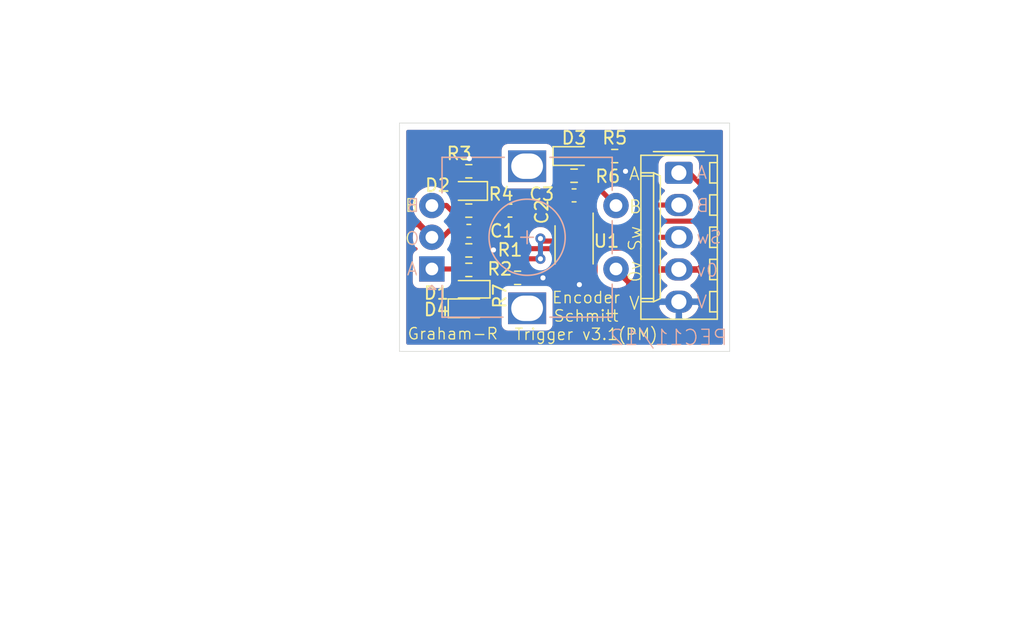
<source format=kicad_pcb>
(kicad_pcb (version 20171130) (host pcbnew 5.1.12-1.fc35)

  (general
    (thickness 1.6)
    (drawings 25)
    (tracks 108)
    (zones 0)
    (modules 17)
    (nets 13)
  )

  (page A4)
  (layers
    (0 F.Cu signal)
    (31 B.Cu signal)
    (32 B.Adhes user hide)
    (33 F.Adhes user hide)
    (34 B.Paste user hide)
    (35 F.Paste user hide)
    (36 B.SilkS user hide)
    (37 F.SilkS user)
    (38 B.Mask user hide)
    (39 F.Mask user hide)
    (40 Dwgs.User user)
    (41 Cmts.User user)
    (42 Eco1.User user hide)
    (43 Eco2.User user hide)
    (44 Edge.Cuts user)
    (45 Margin user)
    (46 B.CrtYd user)
    (47 F.CrtYd user)
    (48 B.Fab user hide)
    (49 F.Fab user hide)
  )

  (setup
    (last_trace_width 0.25)
    (user_trace_width 0.4)
    (user_trace_width 0.5)
    (user_trace_width 0.75)
    (user_trace_width 1)
    (trace_clearance 0.2)
    (zone_clearance 0.508)
    (zone_45_only no)
    (trace_min 0.2)
    (via_size 0.8)
    (via_drill 0.4)
    (via_min_size 0.4)
    (via_min_drill 0.3)
    (uvia_size 0.3)
    (uvia_drill 0.1)
    (uvias_allowed no)
    (uvia_min_size 0.2)
    (uvia_min_drill 0.1)
    (edge_width 0.05)
    (segment_width 0.2)
    (pcb_text_width 0.3)
    (pcb_text_size 1.5 1.5)
    (mod_edge_width 0.12)
    (mod_text_size 1 1)
    (mod_text_width 0.15)
    (pad_size 1.524 1.524)
    (pad_drill 0.762)
    (pad_to_mask_clearance 0)
    (aux_axis_origin 0 0)
    (visible_elements FFFFFF7F)
    (pcbplotparams
      (layerselection 0x010fc_ffffffff)
      (usegerberextensions false)
      (usegerberattributes true)
      (usegerberadvancedattributes true)
      (creategerberjobfile true)
      (excludeedgelayer true)
      (linewidth 0.100000)
      (plotframeref false)
      (viasonmask false)
      (mode 1)
      (useauxorigin false)
      (hpglpennumber 1)
      (hpglpenspeed 20)
      (hpglpendiameter 15.000000)
      (psnegative false)
      (psa4output false)
      (plotreference true)
      (plotvalue true)
      (plotinvisibletext false)
      (padsonsilk false)
      (subtractmaskfromsilk false)
      (outputformat 1)
      (mirror false)
      (drillshape 0)
      (scaleselection 1)
      (outputdirectory "gerberFiles/"))
  )

  (net 0 "")
  (net 1 GND)
  (net 2 VCC)
  (net 3 Trig_EncA)
  (net 4 Trig_EncB)
  (net 5 Trig_EncSw)
  (net 6 Sig_EncA)
  (net 7 Sig_EncB)
  (net 8 Sig_EncSw)
  (net 9 /EncA_Out)
  (net 10 /EncB_Out)
  (net 11 /EncSw_Out)
  (net 12 "Net-(D4-Pad2)")

  (net_class Default "This is the default net class."
    (clearance 0.2)
    (trace_width 0.25)
    (via_dia 0.8)
    (via_drill 0.4)
    (uvia_dia 0.3)
    (uvia_drill 0.1)
    (add_net /EncA_Out)
    (add_net /EncB_Out)
    (add_net /EncSw_Out)
    (add_net GND)
    (add_net "Net-(D4-Pad2)")
    (add_net Sig_EncA)
    (add_net Sig_EncB)
    (add_net Sig_EncSw)
    (add_net Trig_EncA)
    (add_net Trig_EncB)
    (add_net Trig_EncSw)
    (add_net VCC)
  )

  (module Resistor_SMD:R_0603_1608Metric (layer F.Cu) (tedit 5F68FEEE) (tstamp 61A1C932)
    (at 201.1 76.9 180)
    (descr "Resistor SMD 0603 (1608 Metric), square (rectangular) end terminal, IPC_7351 nominal, (Body size source: IPC-SM-782 page 72, https://www.pcb-3d.com/wordpress/wp-content/uploads/ipc-sm-782a_amendment_1_and_2.pdf), generated with kicad-footprint-generator")
    (tags resistor)
    (path /61A2DF6A)
    (attr smd)
    (fp_text reference R7 (at 1.4 -1.43 90) (layer F.SilkS)
      (effects (font (size 1 1) (thickness 0.15)))
    )
    (fp_text value 1K (at 0 1.43) (layer F.Fab)
      (effects (font (size 1 1) (thickness 0.15)))
    )
    (fp_line (start -0.8 0.4125) (end -0.8 -0.4125) (layer F.Fab) (width 0.1))
    (fp_line (start -0.8 -0.4125) (end 0.8 -0.4125) (layer F.Fab) (width 0.1))
    (fp_line (start 0.8 -0.4125) (end 0.8 0.4125) (layer F.Fab) (width 0.1))
    (fp_line (start 0.8 0.4125) (end -0.8 0.4125) (layer F.Fab) (width 0.1))
    (fp_line (start -0.237258 -0.5225) (end 0.237258 -0.5225) (layer F.SilkS) (width 0.12))
    (fp_line (start -0.237258 0.5225) (end 0.237258 0.5225) (layer F.SilkS) (width 0.12))
    (fp_line (start -1.48 0.73) (end -1.48 -0.73) (layer F.CrtYd) (width 0.05))
    (fp_line (start -1.48 -0.73) (end 1.48 -0.73) (layer F.CrtYd) (width 0.05))
    (fp_line (start 1.48 -0.73) (end 1.48 0.73) (layer F.CrtYd) (width 0.05))
    (fp_line (start 1.48 0.73) (end -1.48 0.73) (layer F.CrtYd) (width 0.05))
    (fp_text user %R (at 0 0) (layer F.Fab)
      (effects (font (size 0.4 0.4) (thickness 0.06)))
    )
    (pad 2 smd roundrect (at 0.825 0 180) (size 0.8 0.95) (layers F.Cu F.Paste F.Mask) (roundrect_rratio 0.25)
      (net 12 "Net-(D4-Pad2)"))
    (pad 1 smd roundrect (at -0.825 0 180) (size 0.8 0.95) (layers F.Cu F.Paste F.Mask) (roundrect_rratio 0.25)
      (net 2 VCC))
    (model ${KISYS3DMOD}/Resistor_SMD.3dshapes/R_0603_1608Metric.wrl
      (at (xyz 0 0 0))
      (scale (xyz 1 1 1))
      (rotate (xyz 0 0 0))
    )
  )

  (module LED_SMD:LED_0603_1608Metric_Pad1.05x0.95mm_HandSolder (layer F.Cu) (tedit 5F68FEF1) (tstamp 61A1C803)
    (at 197.3 79.3)
    (descr "LED SMD 0603 (1608 Metric), square (rectangular) end terminal, IPC_7351 nominal, (Body size source: http://www.tortai-tech.com/upload/download/2011102023233369053.pdf), generated with kicad-footprint-generator")
    (tags "LED handsolder")
    (path /61A283AB)
    (attr smd)
    (fp_text reference D4 (at -2.6 0.1) (layer F.SilkS)
      (effects (font (size 1 1) (thickness 0.15)))
    )
    (fp_text value LED (at 0 1.43) (layer F.Fab)
      (effects (font (size 1 1) (thickness 0.15)))
    )
    (fp_line (start 0.8 -0.4) (end -0.5 -0.4) (layer F.Fab) (width 0.1))
    (fp_line (start -0.5 -0.4) (end -0.8 -0.1) (layer F.Fab) (width 0.1))
    (fp_line (start -0.8 -0.1) (end -0.8 0.4) (layer F.Fab) (width 0.1))
    (fp_line (start -0.8 0.4) (end 0.8 0.4) (layer F.Fab) (width 0.1))
    (fp_line (start 0.8 0.4) (end 0.8 -0.4) (layer F.Fab) (width 0.1))
    (fp_line (start 0.8 -0.735) (end -1.66 -0.735) (layer F.SilkS) (width 0.12))
    (fp_line (start -1.66 -0.735) (end -1.66 0.735) (layer F.SilkS) (width 0.12))
    (fp_line (start -1.66 0.735) (end 0.8 0.735) (layer F.SilkS) (width 0.12))
    (fp_line (start -1.65 0.73) (end -1.65 -0.73) (layer F.CrtYd) (width 0.05))
    (fp_line (start -1.65 -0.73) (end 1.65 -0.73) (layer F.CrtYd) (width 0.05))
    (fp_line (start 1.65 -0.73) (end 1.65 0.73) (layer F.CrtYd) (width 0.05))
    (fp_line (start 1.65 0.73) (end -1.65 0.73) (layer F.CrtYd) (width 0.05))
    (fp_text user %R (at 0 0) (layer F.Fab)
      (effects (font (size 0.4 0.4) (thickness 0.06)))
    )
    (pad 2 smd roundrect (at 0.875 0) (size 1.05 0.95) (layers F.Cu F.Paste F.Mask) (roundrect_rratio 0.25)
      (net 12 "Net-(D4-Pad2)"))
    (pad 1 smd roundrect (at -0.875 0) (size 1.05 0.95) (layers F.Cu F.Paste F.Mask) (roundrect_rratio 0.25)
      (net 1 GND))
    (model ${KISYS3DMOD}/LED_SMD.3dshapes/LED_0603_1608Metric.wrl
      (at (xyz 0 0 0))
      (scale (xyz 1 1 1))
      (rotate (xyz 0 0 0))
    )
  )

  (module Connector_Molex:Molex_KK-254_AE-6410-05A_1x05_P2.54mm_Vertical locked (layer F.Cu) (tedit 5EA53D3B) (tstamp 61A137F2)
    (at 213.8 68.62 270)
    (descr "Molex KK-254 Interconnect System, old/engineering part number: AE-6410-05A example for new part number: 22-27-2051, 5 Pins (http://www.molex.com/pdm_docs/sd/022272021_sd.pdf), generated with kicad-footprint-generator")
    (tags "connector Molex KK-254 vertical")
    (path /61B1F759)
    (fp_text reference J1 (at -2.52 0) (layer F.SilkS) hide
      (effects (font (size 1 1) (thickness 0.15)))
    )
    (fp_text value Interface (at 5.08 4.08 90) (layer F.Fab)
      (effects (font (size 1 1) (thickness 0.15)))
    )
    (fp_line (start -1.27 -2.92) (end -1.27 2.88) (layer F.Fab) (width 0.1))
    (fp_line (start -1.27 2.88) (end 11.43 2.88) (layer F.Fab) (width 0.1))
    (fp_line (start 11.43 2.88) (end 11.43 -2.92) (layer F.Fab) (width 0.1))
    (fp_line (start 11.43 -2.92) (end -1.27 -2.92) (layer F.Fab) (width 0.1))
    (fp_line (start -1.38 -3.03) (end -1.38 2.99) (layer F.SilkS) (width 0.12))
    (fp_line (start -1.38 2.99) (end 11.54 2.99) (layer F.SilkS) (width 0.12))
    (fp_line (start 11.54 2.99) (end 11.54 -3.03) (layer F.SilkS) (width 0.12))
    (fp_line (start 11.54 -3.03) (end -1.38 -3.03) (layer F.SilkS) (width 0.12))
    (fp_line (start -1.67 -2) (end -1.67 2) (layer F.SilkS) (width 0.12))
    (fp_line (start -1.27 -0.5) (end -0.562893 0) (layer F.Fab) (width 0.1))
    (fp_line (start -0.562893 0) (end -1.27 0.5) (layer F.Fab) (width 0.1))
    (fp_line (start 0 2.99) (end 0 1.99) (layer F.SilkS) (width 0.12))
    (fp_line (start 0 1.99) (end 10.16 1.99) (layer F.SilkS) (width 0.12))
    (fp_line (start 10.16 1.99) (end 10.16 2.99) (layer F.SilkS) (width 0.12))
    (fp_line (start 0 1.99) (end 0.25 1.46) (layer F.SilkS) (width 0.12))
    (fp_line (start 0.25 1.46) (end 9.91 1.46) (layer F.SilkS) (width 0.12))
    (fp_line (start 9.91 1.46) (end 10.16 1.99) (layer F.SilkS) (width 0.12))
    (fp_line (start 0.25 2.99) (end 0.25 1.99) (layer F.SilkS) (width 0.12))
    (fp_line (start 9.91 2.99) (end 9.91 1.99) (layer F.SilkS) (width 0.12))
    (fp_line (start -0.8 -3.03) (end -0.8 -2.43) (layer F.SilkS) (width 0.12))
    (fp_line (start -0.8 -2.43) (end 0.8 -2.43) (layer F.SilkS) (width 0.12))
    (fp_line (start 0.8 -2.43) (end 0.8 -3.03) (layer F.SilkS) (width 0.12))
    (fp_line (start 1.74 -3.03) (end 1.74 -2.43) (layer F.SilkS) (width 0.12))
    (fp_line (start 1.74 -2.43) (end 3.34 -2.43) (layer F.SilkS) (width 0.12))
    (fp_line (start 3.34 -2.43) (end 3.34 -3.03) (layer F.SilkS) (width 0.12))
    (fp_line (start 4.28 -3.03) (end 4.28 -2.43) (layer F.SilkS) (width 0.12))
    (fp_line (start 4.28 -2.43) (end 5.88 -2.43) (layer F.SilkS) (width 0.12))
    (fp_line (start 5.88 -2.43) (end 5.88 -3.03) (layer F.SilkS) (width 0.12))
    (fp_line (start 6.82 -3.03) (end 6.82 -2.43) (layer F.SilkS) (width 0.12))
    (fp_line (start 6.82 -2.43) (end 8.42 -2.43) (layer F.SilkS) (width 0.12))
    (fp_line (start 8.42 -2.43) (end 8.42 -3.03) (layer F.SilkS) (width 0.12))
    (fp_line (start 9.36 -3.03) (end 9.36 -2.43) (layer F.SilkS) (width 0.12))
    (fp_line (start 9.36 -2.43) (end 10.96 -2.43) (layer F.SilkS) (width 0.12))
    (fp_line (start 10.96 -2.43) (end 10.96 -3.03) (layer F.SilkS) (width 0.12))
    (fp_line (start -1.77 -3.42) (end -1.77 3.38) (layer F.CrtYd) (width 0.05))
    (fp_line (start -1.77 3.38) (end 11.93 3.38) (layer F.CrtYd) (width 0.05))
    (fp_line (start 11.93 3.38) (end 11.93 -3.42) (layer F.CrtYd) (width 0.05))
    (fp_line (start 11.93 -3.42) (end -1.77 -3.42) (layer F.CrtYd) (width 0.05))
    (fp_text user %R (at 5.08 -2.22 90) (layer F.Fab)
      (effects (font (size 1 1) (thickness 0.15)))
    )
    (pad 1 thru_hole roundrect (at 0 0 270) (size 1.74 2.19) (drill 1.19) (layers *.Cu *.Mask) (roundrect_rratio 0.1436775862068966)
      (net 9 /EncA_Out))
    (pad 2 thru_hole oval (at 2.54 0 270) (size 1.74 2.19) (drill 1.19) (layers *.Cu *.Mask)
      (net 10 /EncB_Out))
    (pad 3 thru_hole oval (at 5.08 0 270) (size 1.74 2.19) (drill 1.19) (layers *.Cu *.Mask)
      (net 11 /EncSw_Out))
    (pad 4 thru_hole oval (at 7.62 0 270) (size 1.74 2.19) (drill 1.19) (layers *.Cu *.Mask)
      (net 1 GND))
    (pad 5 thru_hole oval (at 10.16 0 270) (size 1.74 2.19) (drill 1.19) (layers *.Cu *.Mask)
      (net 2 VCC))
    (model ${KISYS3DMOD}/Connector_Molex.3dshapes/Molex_KK-254_AE-6410-05A_1x05_P2.54mm_Vertical.wrl
      (at (xyz 0 0 0))
      (scale (xyz 1 1 1))
      (rotate (xyz 0 0 0))
    )
  )

  (module Package_SO:SSOP-8_2.95x2.8mm_P0.65mm (layer F.Cu) (tedit 5A02F25C) (tstamp 619EA000)
    (at 205.55 74.3 270)
    (descr "SSOP-8 2.9 x2.8mm Pitch 0.65mm")
    (tags "SSOP-8 2.95x2.8mm Pitch 0.65mm")
    (path /619EC3D6)
    (attr smd)
    (fp_text reference U1 (at -0.3 -2.55 180) (layer F.SilkS)
      (effects (font (size 1 1) (thickness 0.15)))
    )
    (fp_text value 74LVC3G14 (at 0 2.6 90) (layer F.Fab)
      (effects (font (size 1 1) (thickness 0.15)))
    )
    (fp_line (start -2.75 -1.65) (end 2.75 -1.65) (layer F.CrtYd) (width 0.05))
    (fp_line (start -2.75 1.65) (end -2.75 -1.65) (layer F.CrtYd) (width 0.05))
    (fp_line (start 2.75 1.65) (end -2.75 1.65) (layer F.CrtYd) (width 0.05))
    (fp_line (start 2.75 -1.65) (end 2.75 1.65) (layer F.CrtYd) (width 0.05))
    (fp_line (start 1.5 1.5) (end -1.5 1.5) (layer F.SilkS) (width 0.12))
    (fp_line (start 1.5 -1.5) (end -2.5 -1.5) (layer F.SilkS) (width 0.12))
    (fp_line (start -0.475 -1.4) (end -1.475 -0.7) (layer F.Fab) (width 0.1))
    (fp_line (start -0.475 -1.4) (end 1.475 -1.4) (layer F.Fab) (width 0.1))
    (fp_line (start -1.475 1.4) (end -1.475 -0.7) (layer F.Fab) (width 0.1))
    (fp_line (start 1.475 1.4) (end -1.475 1.4) (layer F.Fab) (width 0.1))
    (fp_line (start 1.475 -1.4) (end 1.475 1.4) (layer F.Fab) (width 0.1))
    (fp_text user %R (at 0 0 90) (layer F.Fab)
      (effects (font (size 0.6 0.6) (thickness 0.15)))
    )
    (pad 8 smd rect (at 1.7 -0.975 180) (size 0.3 1.6) (layers F.Cu F.Paste F.Mask)
      (net 2 VCC))
    (pad 7 smd rect (at 1.7 -0.325 180) (size 0.3 1.6) (layers F.Cu F.Paste F.Mask)
      (net 9 /EncA_Out))
    (pad 6 smd rect (at 1.7 0.325 180) (size 0.3 1.6) (layers F.Cu F.Paste F.Mask)
      (net 4 Trig_EncB))
    (pad 5 smd rect (at 1.7 0.975 180) (size 0.3 1.6) (layers F.Cu F.Paste F.Mask)
      (net 11 /EncSw_Out))
    (pad 4 smd rect (at -1.7 0.975 180) (size 0.3 1.6) (layers F.Cu F.Paste F.Mask)
      (net 1 GND))
    (pad 3 smd rect (at -1.7 0.325 180) (size 0.3 1.6) (layers F.Cu F.Paste F.Mask)
      (net 5 Trig_EncSw))
    (pad 2 smd rect (at -1.7 -0.325 180) (size 0.3 1.6) (layers F.Cu F.Paste F.Mask)
      (net 10 /EncB_Out))
    (pad 1 smd rect (at -1.7 -0.975 180) (size 0.3 1.6) (layers F.Cu F.Paste F.Mask)
      (net 3 Trig_EncA))
    (model ${KISYS3DMOD}/Package_SO.3dshapes/SSOP-8_2.95x2.8mm_P0.65mm.wrl
      (at (xyz 0 0 0))
      (scale (xyz 1 1 1))
      (rotate (xyz 0 0 0))
    )
  )

  (module Resistor_SMD:R_0603_1608Metric_Pad0.98x0.95mm_HandSolder (layer F.Cu) (tedit 5F68FEEE) (tstamp 619EB4A2)
    (at 205.55 68.85)
    (descr "Resistor SMD 0603 (1608 Metric), square (rectangular) end terminal, IPC_7351 nominal with elongated pad for handsoldering. (Body size source: IPC-SM-782 page 72, https://www.pcb-3d.com/wordpress/wp-content/uploads/ipc-sm-782a_amendment_1_and_2.pdf), generated with kicad-footprint-generator")
    (tags "resistor handsolder")
    (path /61A01A41)
    (attr smd)
    (fp_text reference R6 (at 2.65 0.05) (layer F.SilkS)
      (effects (font (size 1 1) (thickness 0.15)))
    )
    (fp_text value 18K2 (at 0 1.43) (layer F.Fab)
      (effects (font (size 1 1) (thickness 0.15)))
    )
    (fp_line (start 1.65 0.73) (end -1.65 0.73) (layer F.CrtYd) (width 0.05))
    (fp_line (start 1.65 -0.73) (end 1.65 0.73) (layer F.CrtYd) (width 0.05))
    (fp_line (start -1.65 -0.73) (end 1.65 -0.73) (layer F.CrtYd) (width 0.05))
    (fp_line (start -1.65 0.73) (end -1.65 -0.73) (layer F.CrtYd) (width 0.05))
    (fp_line (start -0.254724 0.5225) (end 0.254724 0.5225) (layer F.SilkS) (width 0.12))
    (fp_line (start -0.254724 -0.5225) (end 0.254724 -0.5225) (layer F.SilkS) (width 0.12))
    (fp_line (start 0.8 0.4125) (end -0.8 0.4125) (layer F.Fab) (width 0.1))
    (fp_line (start 0.8 -0.4125) (end 0.8 0.4125) (layer F.Fab) (width 0.1))
    (fp_line (start -0.8 -0.4125) (end 0.8 -0.4125) (layer F.Fab) (width 0.1))
    (fp_line (start -0.8 0.4125) (end -0.8 -0.4125) (layer F.Fab) (width 0.1))
    (fp_text user %R (at 0 0) (layer F.Fab)
      (effects (font (size 0.4 0.4) (thickness 0.06)))
    )
    (pad 2 smd roundrect (at 0.9125 0) (size 0.975 0.95) (layers F.Cu F.Paste F.Mask) (roundrect_rratio 0.25)
      (net 8 Sig_EncSw))
    (pad 1 smd roundrect (at -0.9125 0) (size 0.975 0.95) (layers F.Cu F.Paste F.Mask) (roundrect_rratio 0.25)
      (net 5 Trig_EncSw))
    (model ${KISYS3DMOD}/Resistor_SMD.3dshapes/R_0603_1608Metric.wrl
      (at (xyz 0 0 0))
      (scale (xyz 1 1 1))
      (rotate (xyz 0 0 0))
    )
  )

  (module Resistor_SMD:R_0603_1608Metric (layer F.Cu) (tedit 5F68FEEE) (tstamp 619EB493)
    (at 208.75 67.3)
    (descr "Resistor SMD 0603 (1608 Metric), square (rectangular) end terminal, IPC_7351 nominal, (Body size source: IPC-SM-782 page 72, https://www.pcb-3d.com/wordpress/wp-content/uploads/ipc-sm-782a_amendment_1_and_2.pdf), generated with kicad-footprint-generator")
    (tags resistor)
    (path /61A01A35)
    (attr smd)
    (fp_text reference R5 (at 0 -1.43) (layer F.SilkS)
      (effects (font (size 1 1) (thickness 0.15)))
    )
    (fp_text value 82K (at 0 1.43) (layer F.Fab)
      (effects (font (size 1 1) (thickness 0.15)))
    )
    (fp_line (start 1.48 0.73) (end -1.48 0.73) (layer F.CrtYd) (width 0.05))
    (fp_line (start 1.48 -0.73) (end 1.48 0.73) (layer F.CrtYd) (width 0.05))
    (fp_line (start -1.48 -0.73) (end 1.48 -0.73) (layer F.CrtYd) (width 0.05))
    (fp_line (start -1.48 0.73) (end -1.48 -0.73) (layer F.CrtYd) (width 0.05))
    (fp_line (start -0.237258 0.5225) (end 0.237258 0.5225) (layer F.SilkS) (width 0.12))
    (fp_line (start -0.237258 -0.5225) (end 0.237258 -0.5225) (layer F.SilkS) (width 0.12))
    (fp_line (start 0.8 0.4125) (end -0.8 0.4125) (layer F.Fab) (width 0.1))
    (fp_line (start 0.8 -0.4125) (end 0.8 0.4125) (layer F.Fab) (width 0.1))
    (fp_line (start -0.8 -0.4125) (end 0.8 -0.4125) (layer F.Fab) (width 0.1))
    (fp_line (start -0.8 0.4125) (end -0.8 -0.4125) (layer F.Fab) (width 0.1))
    (fp_text user %R (at 0 0) (layer F.Fab)
      (effects (font (size 0.4 0.4) (thickness 0.06)))
    )
    (pad 2 smd roundrect (at 0.825 0) (size 0.8 0.95) (layers F.Cu F.Paste F.Mask) (roundrect_rratio 0.25)
      (net 2 VCC))
    (pad 1 smd roundrect (at -0.825 0) (size 0.8 0.95) (layers F.Cu F.Paste F.Mask) (roundrect_rratio 0.25)
      (net 8 Sig_EncSw))
    (model ${KISYS3DMOD}/Resistor_SMD.3dshapes/R_0603_1608Metric.wrl
      (at (xyz 0 0 0))
      (scale (xyz 1 1 1))
      (rotate (xyz 0 0 0))
    )
  )

  (module Resistor_SMD:R_0603_1608Metric (layer F.Cu) (tedit 5F68FEEE) (tstamp 61A10711)
    (at 197.258834 71.6 180)
    (descr "Resistor SMD 0603 (1608 Metric), square (rectangular) end terminal, IPC_7351 nominal, (Body size source: IPC-SM-782 page 72, https://www.pcb-3d.com/wordpress/wp-content/uploads/ipc-sm-782a_amendment_1_and_2.pdf), generated with kicad-footprint-generator")
    (tags resistor)
    (path /619FE153)
    (attr smd)
    (fp_text reference R4 (at -2.541166 1.3) (layer F.SilkS)
      (effects (font (size 1 1) (thickness 0.15)))
    )
    (fp_text value 18K2 (at 0 1.43) (layer F.Fab)
      (effects (font (size 1 1) (thickness 0.15)))
    )
    (fp_line (start 1.48 0.73) (end -1.48 0.73) (layer F.CrtYd) (width 0.05))
    (fp_line (start 1.48 -0.73) (end 1.48 0.73) (layer F.CrtYd) (width 0.05))
    (fp_line (start -1.48 -0.73) (end 1.48 -0.73) (layer F.CrtYd) (width 0.05))
    (fp_line (start -1.48 0.73) (end -1.48 -0.73) (layer F.CrtYd) (width 0.05))
    (fp_line (start -0.237258 0.5225) (end 0.237258 0.5225) (layer F.SilkS) (width 0.12))
    (fp_line (start -0.237258 -0.5225) (end 0.237258 -0.5225) (layer F.SilkS) (width 0.12))
    (fp_line (start 0.8 0.4125) (end -0.8 0.4125) (layer F.Fab) (width 0.1))
    (fp_line (start 0.8 -0.4125) (end 0.8 0.4125) (layer F.Fab) (width 0.1))
    (fp_line (start -0.8 -0.4125) (end 0.8 -0.4125) (layer F.Fab) (width 0.1))
    (fp_line (start -0.8 0.4125) (end -0.8 -0.4125) (layer F.Fab) (width 0.1))
    (fp_text user %R (at 0 0) (layer F.Fab)
      (effects (font (size 0.4 0.4) (thickness 0.06)))
    )
    (pad 2 smd roundrect (at 0.825 0 180) (size 0.8 0.95) (layers F.Cu F.Paste F.Mask) (roundrect_rratio 0.25)
      (net 7 Sig_EncB))
    (pad 1 smd roundrect (at -0.825 0 180) (size 0.8 0.95) (layers F.Cu F.Paste F.Mask) (roundrect_rratio 0.25)
      (net 4 Trig_EncB))
    (model ${KISYS3DMOD}/Resistor_SMD.3dshapes/R_0603_1608Metric.wrl
      (at (xyz 0 0 0))
      (scale (xyz 1 1 1))
      (rotate (xyz 0 0 0))
    )
  )

  (module Resistor_SMD:R_0603_1608Metric (layer F.Cu) (tedit 5F68FEEE) (tstamp 61A10741)
    (at 197.258834 68.5)
    (descr "Resistor SMD 0603 (1608 Metric), square (rectangular) end terminal, IPC_7351 nominal, (Body size source: IPC-SM-782 page 72, https://www.pcb-3d.com/wordpress/wp-content/uploads/ipc-sm-782a_amendment_1_and_2.pdf), generated with kicad-footprint-generator")
    (tags resistor)
    (path /619FE147)
    (attr smd)
    (fp_text reference R3 (at -0.758834 -1.4) (layer F.SilkS)
      (effects (font (size 1 1) (thickness 0.15)))
    )
    (fp_text value 82K (at 0 1.43) (layer F.Fab)
      (effects (font (size 1 1) (thickness 0.15)))
    )
    (fp_line (start 1.48 0.73) (end -1.48 0.73) (layer F.CrtYd) (width 0.05))
    (fp_line (start 1.48 -0.73) (end 1.48 0.73) (layer F.CrtYd) (width 0.05))
    (fp_line (start -1.48 -0.73) (end 1.48 -0.73) (layer F.CrtYd) (width 0.05))
    (fp_line (start -1.48 0.73) (end -1.48 -0.73) (layer F.CrtYd) (width 0.05))
    (fp_line (start -0.237258 0.5225) (end 0.237258 0.5225) (layer F.SilkS) (width 0.12))
    (fp_line (start -0.237258 -0.5225) (end 0.237258 -0.5225) (layer F.SilkS) (width 0.12))
    (fp_line (start 0.8 0.4125) (end -0.8 0.4125) (layer F.Fab) (width 0.1))
    (fp_line (start 0.8 -0.4125) (end 0.8 0.4125) (layer F.Fab) (width 0.1))
    (fp_line (start -0.8 -0.4125) (end 0.8 -0.4125) (layer F.Fab) (width 0.1))
    (fp_line (start -0.8 0.4125) (end -0.8 -0.4125) (layer F.Fab) (width 0.1))
    (fp_text user %R (at 0 0) (layer F.Fab)
      (effects (font (size 0.4 0.4) (thickness 0.06)))
    )
    (pad 2 smd roundrect (at 0.825 0) (size 0.8 0.95) (layers F.Cu F.Paste F.Mask) (roundrect_rratio 0.25)
      (net 2 VCC))
    (pad 1 smd roundrect (at -0.825 0) (size 0.8 0.95) (layers F.Cu F.Paste F.Mask) (roundrect_rratio 0.25)
      (net 7 Sig_EncB))
    (model ${KISYS3DMOD}/Resistor_SMD.3dshapes/R_0603_1608Metric.wrl
      (at (xyz 0 0 0))
      (scale (xyz 1 1 1))
      (rotate (xyz 0 0 0))
    )
  )

  (module Resistor_SMD:R_0603_1608Metric (layer F.Cu) (tedit 5F68FEEE) (tstamp 619E9FA2)
    (at 197.258834 76.273334 180)
    (descr "Resistor SMD 0603 (1608 Metric), square (rectangular) end terminal, IPC_7351 nominal, (Body size source: IPC-SM-782 page 72, https://www.pcb-3d.com/wordpress/wp-content/uploads/ipc-sm-782a_amendment_1_and_2.pdf), generated with kicad-footprint-generator")
    (tags resistor)
    (path /619D627B)
    (attr smd)
    (fp_text reference R2 (at -2.441166 0.073334) (layer F.SilkS)
      (effects (font (size 1 1) (thickness 0.15)))
    )
    (fp_text value 18K2 (at 0 1.43) (layer F.Fab)
      (effects (font (size 1 1) (thickness 0.15)))
    )
    (fp_line (start -0.8 0.4125) (end -0.8 -0.4125) (layer F.Fab) (width 0.1))
    (fp_line (start -0.8 -0.4125) (end 0.8 -0.4125) (layer F.Fab) (width 0.1))
    (fp_line (start 0.8 -0.4125) (end 0.8 0.4125) (layer F.Fab) (width 0.1))
    (fp_line (start 0.8 0.4125) (end -0.8 0.4125) (layer F.Fab) (width 0.1))
    (fp_line (start -0.237258 -0.5225) (end 0.237258 -0.5225) (layer F.SilkS) (width 0.12))
    (fp_line (start -0.237258 0.5225) (end 0.237258 0.5225) (layer F.SilkS) (width 0.12))
    (fp_line (start -1.48 0.73) (end -1.48 -0.73) (layer F.CrtYd) (width 0.05))
    (fp_line (start -1.48 -0.73) (end 1.48 -0.73) (layer F.CrtYd) (width 0.05))
    (fp_line (start 1.48 -0.73) (end 1.48 0.73) (layer F.CrtYd) (width 0.05))
    (fp_line (start 1.48 0.73) (end -1.48 0.73) (layer F.CrtYd) (width 0.05))
    (fp_text user %R (at 0 0) (layer F.Fab)
      (effects (font (size 0.4 0.4) (thickness 0.06)))
    )
    (pad 1 smd roundrect (at -0.825 0 180) (size 0.8 0.95) (layers F.Cu F.Paste F.Mask) (roundrect_rratio 0.25)
      (net 3 Trig_EncA))
    (pad 2 smd roundrect (at 0.825 0 180) (size 0.8 0.95) (layers F.Cu F.Paste F.Mask) (roundrect_rratio 0.25)
      (net 6 Sig_EncA))
    (model ${KISYS3DMOD}/Resistor_SMD.3dshapes/R_0603_1608Metric.wrl
      (at (xyz 0 0 0))
      (scale (xyz 1 1 1))
      (rotate (xyz 0 0 0))
    )
  )

  (module Resistor_SMD:R_0603_1608Metric (layer F.Cu) (tedit 5F68FEEE) (tstamp 61A166A2)
    (at 197.258834 74.736668)
    (descr "Resistor SMD 0603 (1608 Metric), square (rectangular) end terminal, IPC_7351 nominal, (Body size source: IPC-SM-782 page 72, https://www.pcb-3d.com/wordpress/wp-content/uploads/ipc-sm-782a_amendment_1_and_2.pdf), generated with kicad-footprint-generator")
    (tags resistor)
    (path /619D386E)
    (attr smd)
    (fp_text reference R1 (at 3.241166 -0.036668) (layer F.SilkS)
      (effects (font (size 1 1) (thickness 0.15)))
    )
    (fp_text value 82K (at 0 1.43) (layer F.Fab)
      (effects (font (size 1 1) (thickness 0.15)))
    )
    (fp_line (start -0.8 0.4125) (end -0.8 -0.4125) (layer F.Fab) (width 0.1))
    (fp_line (start -0.8 -0.4125) (end 0.8 -0.4125) (layer F.Fab) (width 0.1))
    (fp_line (start 0.8 -0.4125) (end 0.8 0.4125) (layer F.Fab) (width 0.1))
    (fp_line (start 0.8 0.4125) (end -0.8 0.4125) (layer F.Fab) (width 0.1))
    (fp_line (start -0.237258 -0.5225) (end 0.237258 -0.5225) (layer F.SilkS) (width 0.12))
    (fp_line (start -0.237258 0.5225) (end 0.237258 0.5225) (layer F.SilkS) (width 0.12))
    (fp_line (start -1.48 0.73) (end -1.48 -0.73) (layer F.CrtYd) (width 0.05))
    (fp_line (start -1.48 -0.73) (end 1.48 -0.73) (layer F.CrtYd) (width 0.05))
    (fp_line (start 1.48 -0.73) (end 1.48 0.73) (layer F.CrtYd) (width 0.05))
    (fp_line (start 1.48 0.73) (end -1.48 0.73) (layer F.CrtYd) (width 0.05))
    (fp_text user %R (at 0 0) (layer F.Fab)
      (effects (font (size 0.4 0.4) (thickness 0.06)))
    )
    (pad 1 smd roundrect (at -0.825 0) (size 0.8 0.95) (layers F.Cu F.Paste F.Mask) (roundrect_rratio 0.25)
      (net 6 Sig_EncA))
    (pad 2 smd roundrect (at 0.825 0) (size 0.8 0.95) (layers F.Cu F.Paste F.Mask) (roundrect_rratio 0.25)
      (net 2 VCC))
    (model ${KISYS3DMOD}/Resistor_SMD.3dshapes/R_0603_1608Metric.wrl
      (at (xyz 0 0 0))
      (scale (xyz 1 1 1))
      (rotate (xyz 0 0 0))
    )
  )

  (module Diode_SMD:D_0603_1608Metric_Pad1.05x0.95mm_HandSolder (layer F.Cu) (tedit 5F68FEF0) (tstamp 619EB360)
    (at 205.55 67.3)
    (descr "Diode SMD 0603 (1608 Metric), square (rectangular) end terminal, IPC_7351 nominal, (Body size source: http://www.tortai-tech.com/upload/download/2011102023233369053.pdf), generated with kicad-footprint-generator")
    (tags "diode handsolder")
    (path /61A01A49)
    (attr smd)
    (fp_text reference D3 (at 0 -1.43) (layer F.SilkS)
      (effects (font (size 1 1) (thickness 0.15)))
    )
    (fp_text value 1N4148 (at 0 1.43) (layer F.Fab)
      (effects (font (size 1 1) (thickness 0.15)))
    )
    (fp_line (start 1.65 0.73) (end -1.65 0.73) (layer F.CrtYd) (width 0.05))
    (fp_line (start 1.65 -0.73) (end 1.65 0.73) (layer F.CrtYd) (width 0.05))
    (fp_line (start -1.65 -0.73) (end 1.65 -0.73) (layer F.CrtYd) (width 0.05))
    (fp_line (start -1.65 0.73) (end -1.65 -0.73) (layer F.CrtYd) (width 0.05))
    (fp_line (start -1.66 0.735) (end 0.8 0.735) (layer F.SilkS) (width 0.12))
    (fp_line (start -1.66 -0.735) (end -1.66 0.735) (layer F.SilkS) (width 0.12))
    (fp_line (start 0.8 -0.735) (end -1.66 -0.735) (layer F.SilkS) (width 0.12))
    (fp_line (start 0.8 0.4) (end 0.8 -0.4) (layer F.Fab) (width 0.1))
    (fp_line (start -0.8 0.4) (end 0.8 0.4) (layer F.Fab) (width 0.1))
    (fp_line (start -0.8 -0.1) (end -0.8 0.4) (layer F.Fab) (width 0.1))
    (fp_line (start -0.5 -0.4) (end -0.8 -0.1) (layer F.Fab) (width 0.1))
    (fp_line (start 0.8 -0.4) (end -0.5 -0.4) (layer F.Fab) (width 0.1))
    (fp_text user %R (at 0 0) (layer F.Fab)
      (effects (font (size 0.4 0.4) (thickness 0.06)))
    )
    (pad 2 smd roundrect (at 0.875 0) (size 1.05 0.95) (layers F.Cu F.Paste F.Mask) (roundrect_rratio 0.25)
      (net 8 Sig_EncSw))
    (pad 1 smd roundrect (at -0.875 0) (size 1.05 0.95) (layers F.Cu F.Paste F.Mask) (roundrect_rratio 0.25)
      (net 5 Trig_EncSw))
    (model ${KISYS3DMOD}/Diode_SMD.3dshapes/D_0603_1608Metric.wrl
      (at (xyz 0 0 0))
      (scale (xyz 1 1 1))
      (rotate (xyz 0 0 0))
    )
  )

  (module Diode_SMD:D_0603_1608Metric (layer F.Cu) (tedit 5F68FEF0) (tstamp 61A164C0)
    (at 197.238834 70.05 180)
    (descr "Diode SMD 0603 (1608 Metric), square (rectangular) end terminal, IPC_7351 nominal, (Body size source: http://www.tortai-tech.com/upload/download/2011102023233369053.pdf), generated with kicad-footprint-generator")
    (tags diode)
    (path /619FE15B)
    (attr smd)
    (fp_text reference D2 (at 2.438834 0.45) (layer F.SilkS)
      (effects (font (size 1 1) (thickness 0.15)))
    )
    (fp_text value 1N4148 (at 0 1.43) (layer F.Fab)
      (effects (font (size 1 1) (thickness 0.15)))
    )
    (fp_line (start 1.48 0.73) (end -1.48 0.73) (layer F.CrtYd) (width 0.05))
    (fp_line (start 1.48 -0.73) (end 1.48 0.73) (layer F.CrtYd) (width 0.05))
    (fp_line (start -1.48 -0.73) (end 1.48 -0.73) (layer F.CrtYd) (width 0.05))
    (fp_line (start -1.48 0.73) (end -1.48 -0.73) (layer F.CrtYd) (width 0.05))
    (fp_line (start -1.485 0.735) (end 0.8 0.735) (layer F.SilkS) (width 0.12))
    (fp_line (start -1.485 -0.735) (end -1.485 0.735) (layer F.SilkS) (width 0.12))
    (fp_line (start 0.8 -0.735) (end -1.485 -0.735) (layer F.SilkS) (width 0.12))
    (fp_line (start 0.8 0.4) (end 0.8 -0.4) (layer F.Fab) (width 0.1))
    (fp_line (start -0.8 0.4) (end 0.8 0.4) (layer F.Fab) (width 0.1))
    (fp_line (start -0.8 -0.1) (end -0.8 0.4) (layer F.Fab) (width 0.1))
    (fp_line (start -0.5 -0.4) (end -0.8 -0.1) (layer F.Fab) (width 0.1))
    (fp_line (start 0.8 -0.4) (end -0.5 -0.4) (layer F.Fab) (width 0.1))
    (fp_text user %R (at 0 0) (layer F.Fab)
      (effects (font (size 0.4 0.4) (thickness 0.06)))
    )
    (pad 2 smd roundrect (at 0.7875 0 180) (size 0.875 0.95) (layers F.Cu F.Paste F.Mask) (roundrect_rratio 0.25)
      (net 7 Sig_EncB))
    (pad 1 smd roundrect (at -0.7875 0 180) (size 0.875 0.95) (layers F.Cu F.Paste F.Mask) (roundrect_rratio 0.25)
      (net 4 Trig_EncB))
    (model ${KISYS3DMOD}/Diode_SMD.3dshapes/D_0603_1608Metric.wrl
      (at (xyz 0 0 0))
      (scale (xyz 1 1 1))
      (rotate (xyz 0 0 0))
    )
  )

  (module Diode_SMD:D_0603_1608Metric_Castellated (layer F.Cu) (tedit 5F68FEF1) (tstamp 619E9F91)
    (at 197.238834 77.8 180)
    (descr "Diode SMD 0603 (1608 Metric), castellated end terminal, IPC_7351 nominal, (Body size source: http://www.tortai-tech.com/upload/download/2011102023233369053.pdf), generated with kicad-footprint-generator")
    (tags "diode castellated")
    (path /619D2140)
    (attr smd)
    (fp_text reference D1 (at 2.538834 -0.3) (layer F.SilkS)
      (effects (font (size 1 1) (thickness 0.15)))
    )
    (fp_text value 1N4148 (at 0 1.38) (layer F.Fab)
      (effects (font (size 1 1) (thickness 0.15)))
    )
    (fp_line (start 0.8 -0.4) (end -0.5 -0.4) (layer F.Fab) (width 0.1))
    (fp_line (start -0.5 -0.4) (end -0.8 -0.1) (layer F.Fab) (width 0.1))
    (fp_line (start -0.8 -0.1) (end -0.8 0.4) (layer F.Fab) (width 0.1))
    (fp_line (start -0.8 0.4) (end 0.8 0.4) (layer F.Fab) (width 0.1))
    (fp_line (start 0.8 0.4) (end 0.8 -0.4) (layer F.Fab) (width 0.1))
    (fp_line (start 0.8 -0.685) (end -1.685 -0.685) (layer F.SilkS) (width 0.12))
    (fp_line (start -1.685 -0.685) (end -1.685 0.685) (layer F.SilkS) (width 0.12))
    (fp_line (start -1.685 0.685) (end 0.8 0.685) (layer F.SilkS) (width 0.12))
    (fp_line (start -1.68 0.68) (end -1.68 -0.68) (layer F.CrtYd) (width 0.05))
    (fp_line (start -1.68 -0.68) (end 1.68 -0.68) (layer F.CrtYd) (width 0.05))
    (fp_line (start 1.68 -0.68) (end 1.68 0.68) (layer F.CrtYd) (width 0.05))
    (fp_line (start 1.68 0.68) (end -1.68 0.68) (layer F.CrtYd) (width 0.05))
    (fp_text user %R (at 0 0) (layer F.Fab)
      (effects (font (size 0.4 0.4) (thickness 0.06)))
    )
    (pad 1 smd roundrect (at -0.8125 0 180) (size 1.225 0.85) (layers F.Cu F.Paste F.Mask) (roundrect_rratio 0.25)
      (net 3 Trig_EncA))
    (pad 2 smd roundrect (at 0.8125 0 180) (size 1.225 0.85) (layers F.Cu F.Paste F.Mask) (roundrect_rratio 0.25)
      (net 6 Sig_EncA))
    (model ${KISYS3DMOD}/Diode_SMD.3dshapes/D_0603_1608Metric_Castellated.wrl
      (at (xyz 0 0 0))
      (scale (xyz 1 1 1))
      (rotate (xyz 0 0 0))
    )
  )

  (module Capacitor_SMD:C_0603_1608Metric_Pad1.08x0.95mm_HandSolder (layer F.Cu) (tedit 5F68FEEF) (tstamp 619EB2C0)
    (at 205.55 70.4)
    (descr "Capacitor SMD 0603 (1608 Metric), square (rectangular) end terminal, IPC_7351 nominal with elongated pad for handsoldering. (Body size source: IPC-SM-782 page 76, https://www.pcb-3d.com/wordpress/wp-content/uploads/ipc-sm-782a_amendment_1_and_2.pdf), generated with kicad-footprint-generator")
    (tags "capacitor handsolder")
    (path /61A01A4F)
    (attr smd)
    (fp_text reference C3 (at -2.55 -0.1) (layer F.SilkS)
      (effects (font (size 1 1) (thickness 0.15)))
    )
    (fp_text value 100nF (at 0 1.43) (layer F.Fab)
      (effects (font (size 1 1) (thickness 0.15)))
    )
    (fp_line (start 1.65 0.73) (end -1.65 0.73) (layer F.CrtYd) (width 0.05))
    (fp_line (start 1.65 -0.73) (end 1.65 0.73) (layer F.CrtYd) (width 0.05))
    (fp_line (start -1.65 -0.73) (end 1.65 -0.73) (layer F.CrtYd) (width 0.05))
    (fp_line (start -1.65 0.73) (end -1.65 -0.73) (layer F.CrtYd) (width 0.05))
    (fp_line (start -0.146267 0.51) (end 0.146267 0.51) (layer F.SilkS) (width 0.12))
    (fp_line (start -0.146267 -0.51) (end 0.146267 -0.51) (layer F.SilkS) (width 0.12))
    (fp_line (start 0.8 0.4) (end -0.8 0.4) (layer F.Fab) (width 0.1))
    (fp_line (start 0.8 -0.4) (end 0.8 0.4) (layer F.Fab) (width 0.1))
    (fp_line (start -0.8 -0.4) (end 0.8 -0.4) (layer F.Fab) (width 0.1))
    (fp_line (start -0.8 0.4) (end -0.8 -0.4) (layer F.Fab) (width 0.1))
    (fp_text user %R (at 0 0) (layer F.Fab)
      (effects (font (size 0.4 0.4) (thickness 0.06)))
    )
    (pad 2 smd roundrect (at 0.8625 0) (size 1.075 0.95) (layers F.Cu F.Paste F.Mask) (roundrect_rratio 0.25)
      (net 5 Trig_EncSw))
    (pad 1 smd roundrect (at -0.8625 0) (size 1.075 0.95) (layers F.Cu F.Paste F.Mask) (roundrect_rratio 0.25)
      (net 1 GND))
    (model ${KISYS3DMOD}/Capacitor_SMD.3dshapes/C_0603_1608Metric.wrl
      (at (xyz 0 0 0))
      (scale (xyz 1 1 1))
      (rotate (xyz 0 0 0))
    )
  )

  (module Capacitor_SMD:C_0603_1608Metric_Pad1.08x0.95mm_HandSolder (layer F.Cu) (tedit 5F68FEEF) (tstamp 61A106AB)
    (at 200.5 71.6 180)
    (descr "Capacitor SMD 0603 (1608 Metric), square (rectangular) end terminal, IPC_7351 nominal with elongated pad for handsoldering. (Body size source: IPC-SM-782 page 76, https://www.pcb-3d.com/wordpress/wp-content/uploads/ipc-sm-782a_amendment_1_and_2.pdf), generated with kicad-footprint-generator")
    (tags "capacitor handsolder")
    (path /619FE161)
    (attr smd)
    (fp_text reference C2 (at -2.5 -0.1 90) (layer F.SilkS)
      (effects (font (size 1 1) (thickness 0.15)))
    )
    (fp_text value 100nF (at 0 1.43) (layer F.Fab)
      (effects (font (size 1 1) (thickness 0.15)))
    )
    (fp_line (start 1.65 0.73) (end -1.65 0.73) (layer F.CrtYd) (width 0.05))
    (fp_line (start 1.65 -0.73) (end 1.65 0.73) (layer F.CrtYd) (width 0.05))
    (fp_line (start -1.65 -0.73) (end 1.65 -0.73) (layer F.CrtYd) (width 0.05))
    (fp_line (start -1.65 0.73) (end -1.65 -0.73) (layer F.CrtYd) (width 0.05))
    (fp_line (start -0.146267 0.51) (end 0.146267 0.51) (layer F.SilkS) (width 0.12))
    (fp_line (start -0.146267 -0.51) (end 0.146267 -0.51) (layer F.SilkS) (width 0.12))
    (fp_line (start 0.8 0.4) (end -0.8 0.4) (layer F.Fab) (width 0.1))
    (fp_line (start 0.8 -0.4) (end 0.8 0.4) (layer F.Fab) (width 0.1))
    (fp_line (start -0.8 -0.4) (end 0.8 -0.4) (layer F.Fab) (width 0.1))
    (fp_line (start -0.8 0.4) (end -0.8 -0.4) (layer F.Fab) (width 0.1))
    (fp_text user %R (at 0 0) (layer F.Fab)
      (effects (font (size 0.4 0.4) (thickness 0.06)))
    )
    (pad 2 smd roundrect (at 0.8625 0 180) (size 1.075 0.95) (layers F.Cu F.Paste F.Mask) (roundrect_rratio 0.25)
      (net 4 Trig_EncB))
    (pad 1 smd roundrect (at -0.8625 0 180) (size 1.075 0.95) (layers F.Cu F.Paste F.Mask) (roundrect_rratio 0.25)
      (net 1 GND))
    (model ${KISYS3DMOD}/Capacitor_SMD.3dshapes/C_0603_1608Metric.wrl
      (at (xyz 0 0 0))
      (scale (xyz 1 1 1))
      (rotate (xyz 0 0 0))
    )
  )

  (module Capacitor_SMD:C_0603_1608Metric_Pad1.08x0.95mm_HandSolder (layer F.Cu) (tedit 5F68FEEF) (tstamp 619EDB0D)
    (at 197.258834 73.2)
    (descr "Capacitor SMD 0603 (1608 Metric), square (rectangular) end terminal, IPC_7351 nominal with elongated pad for handsoldering. (Body size source: IPC-SM-782 page 76, https://www.pcb-3d.com/wordpress/wp-content/uploads/ipc-sm-782a_amendment_1_and_2.pdf), generated with kicad-footprint-generator")
    (tags "capacitor handsolder")
    (path /619D2E8F)
    (attr smd)
    (fp_text reference C1 (at 2.641166 0) (layer F.SilkS)
      (effects (font (size 1 1) (thickness 0.15)))
    )
    (fp_text value 100nF (at 0 1.43) (layer F.Fab)
      (effects (font (size 1 1) (thickness 0.15)))
    )
    (fp_line (start -0.8 0.4) (end -0.8 -0.4) (layer F.Fab) (width 0.1))
    (fp_line (start -0.8 -0.4) (end 0.8 -0.4) (layer F.Fab) (width 0.1))
    (fp_line (start 0.8 -0.4) (end 0.8 0.4) (layer F.Fab) (width 0.1))
    (fp_line (start 0.8 0.4) (end -0.8 0.4) (layer F.Fab) (width 0.1))
    (fp_line (start -0.146267 -0.51) (end 0.146267 -0.51) (layer F.SilkS) (width 0.12))
    (fp_line (start -0.146267 0.51) (end 0.146267 0.51) (layer F.SilkS) (width 0.12))
    (fp_line (start -1.65 0.73) (end -1.65 -0.73) (layer F.CrtYd) (width 0.05))
    (fp_line (start -1.65 -0.73) (end 1.65 -0.73) (layer F.CrtYd) (width 0.05))
    (fp_line (start 1.65 -0.73) (end 1.65 0.73) (layer F.CrtYd) (width 0.05))
    (fp_line (start 1.65 0.73) (end -1.65 0.73) (layer F.CrtYd) (width 0.05))
    (fp_text user %R (at 0 0) (layer F.Fab)
      (effects (font (size 0.4 0.4) (thickness 0.06)))
    )
    (pad 1 smd roundrect (at -0.8625 0) (size 1.075 0.95) (layers F.Cu F.Paste F.Mask) (roundrect_rratio 0.25)
      (net 1 GND))
    (pad 2 smd roundrect (at 0.8625 0) (size 1.075 0.95) (layers F.Cu F.Paste F.Mask) (roundrect_rratio 0.25)
      (net 3 Trig_EncA))
    (model ${KISYS3DMOD}/Capacitor_SMD.3dshapes/C_0603_1608Metric.wrl
      (at (xyz 0 0 0))
      (scale (xyz 1 1 1))
      (rotate (xyz 0 0 0))
    )
  )

  (module Rotary_Encoder:RotaryEncoder_Alps_EC12E-Switch_Vertical_H20mm locked (layer B.Cu) (tedit 5A64F492) (tstamp 619FE549)
    (at 194.35 76.2)
    (descr "Alps rotary encoder, EC12E... with switch, vertical shaft, http://www.alps.com/prod/info/E/HTML/Encoder/Incremental/EC12E/EC12E1240405.html & http://cdn-reichelt.de/documents/datenblatt/F100/402097STEC12E08.PDF")
    (tags "rotary encoder")
    (path /619FF0BC)
    (fp_text reference SW1 (at 2.8 4.7) (layer B.SilkS) hide
      (effects (font (size 1 1) (thickness 0.15)) (justify mirror))
    )
    (fp_text value Rotary_Encoder_EncSwitch (at 7.5 -10.4) (layer B.Fab)
      (effects (font (size 1 1) (thickness 0.15)) (justify mirror))
    )
    (fp_line (start 7 -2.5) (end 8 -2.5) (layer B.SilkS) (width 0.12))
    (fp_line (start 7.5 -2) (end 7.5 -3) (layer B.SilkS) (width 0.12))
    (fp_line (start 14.2 -6.2) (end 14.2 -8.8) (layer B.SilkS) (width 0.12))
    (fp_line (start 14.2 -1.2) (end 14.2 -3.8) (layer B.SilkS) (width 0.12))
    (fp_line (start 14.2 3.8) (end 14.2 1.2) (layer B.SilkS) (width 0.12))
    (fp_line (start 4.5 -2.5) (end 10.5 -2.5) (layer B.Fab) (width 0.12))
    (fp_line (start 7.5 0.5) (end 7.5 -5.5) (layer B.Fab) (width 0.12))
    (fp_line (start 0.3 1.6) (end 0 1.3) (layer B.SilkS) (width 0.12))
    (fp_line (start -0.3 1.6) (end 0.3 1.6) (layer B.SilkS) (width 0.12))
    (fp_line (start 0 1.3) (end -0.3 1.6) (layer B.SilkS) (width 0.12))
    (fp_line (start 0.8 3.8) (end 0.8 1.3) (layer B.SilkS) (width 0.12))
    (fp_line (start 5.6 3.8) (end 0.8 3.8) (layer B.SilkS) (width 0.12))
    (fp_line (start 0.8 -8.8) (end 0.8 -6) (layer B.SilkS) (width 0.12))
    (fp_line (start 5.7 -8.8) (end 0.8 -8.8) (layer B.SilkS) (width 0.12))
    (fp_line (start 14.2 -8.8) (end 9.3 -8.8) (layer B.SilkS) (width 0.12))
    (fp_line (start 9.3 3.8) (end 14.2 3.8) (layer B.SilkS) (width 0.12))
    (fp_line (start 0.9 2.6) (end 1.9 3.7) (layer B.Fab) (width 0.12))
    (fp_line (start 0.9 -8.7) (end 0.9 2.6) (layer B.Fab) (width 0.12))
    (fp_line (start 14.1 -8.7) (end 0.9 -8.7) (layer B.Fab) (width 0.12))
    (fp_line (start 14.1 3.7) (end 14.1 -8.7) (layer B.Fab) (width 0.12))
    (fp_line (start 1.9 3.7) (end 14.1 3.7) (layer B.Fab) (width 0.12))
    (fp_line (start -1.5 4.85) (end 16 4.85) (layer B.CrtYd) (width 0.05))
    (fp_line (start -1.5 4.85) (end -1.5 -9.85) (layer B.CrtYd) (width 0.05))
    (fp_line (start 16 -9.85) (end 16 4.85) (layer B.CrtYd) (width 0.05))
    (fp_line (start 16 -9.85) (end -1.5 -9.85) (layer B.CrtYd) (width 0.05))
    (fp_circle (center 7.5 -2.5) (end 10.5 -2.5) (layer B.SilkS) (width 0.12))
    (fp_circle (center 7.5 -2.5) (end 10.5 -2.5) (layer B.Fab) (width 0.12))
    (fp_text user %R (at 11.5 -6.6) (layer B.Fab)
      (effects (font (size 1 1) (thickness 0.15)) (justify mirror))
    )
    (pad S2 thru_hole circle (at 14.5 -5) (size 2 2) (drill 1) (layers *.Cu *.Mask)
      (net 8 Sig_EncSw))
    (pad S1 thru_hole circle (at 14.5 0) (size 2 2) (drill 1) (layers *.Cu *.Mask)
      (net 1 GND))
    (pad MP thru_hole rect (at 7.5 -8.1) (size 3 2.5) (drill oval 2.5 2) (layers *.Cu *.Mask))
    (pad MP thru_hole rect (at 7.5 3.1) (size 3 2.5) (drill oval 2.5 2) (layers *.Cu *.Mask))
    (pad B thru_hole circle (at 0 -5) (size 2 2) (drill 1) (layers *.Cu *.Mask)
      (net 7 Sig_EncB))
    (pad C thru_hole circle (at 0 -2.5) (size 2 2) (drill 1) (layers *.Cu *.Mask)
      (net 1 GND))
    (pad A thru_hole rect (at 0 0) (size 2 2) (drill 1) (layers *.Cu *.Mask)
      (net 6 Sig_EncA))
    (model ${KISYS3DMOD}/Rotary_Encoder.3dshapes/RotaryEncoder_Alps_EC12E-Switch_Vertical_H20mm.wrl
      (at (xyz 0 0 0))
      (scale (xyz 1 1 1))
      (rotate (xyz 0 5 0))
    )
    (model /home/graham/KiCAD/libraries_3rdParty/ALPS_Encoder/EC12E-150/EC12E-150.STEP
      (offset (xyz 7.5 -2.5 2.5))
      (scale (xyz 1 1 1))
      (rotate (xyz 0 0 90))
    )
  )

  (gr_text A (at 192.8 76.2) (layer B.SilkS) (tstamp 61A20D1B)
    (effects (font (size 1 1) (thickness 0.1)) (justify mirror))
  )
  (gr_text B (at 192.871428 71.2) (layer B.SilkS) (tstamp 61A20D1A)
    (effects (font (size 1 1) (thickness 0.1)) (justify mirror))
  )
  (gr_text C (at 192.871428 73.8) (layer B.SilkS) (tstamp 61A20D19)
    (effects (font (size 1 1) (thickness 0.1)) (justify mirror))
  )
  (gr_text B (at 192.728572 71.2) (layer F.SilkS) (tstamp 61A20BEE)
    (effects (font (size 1 1) (thickness 0.1)))
  )
  (gr_text C (at 192.728572 73.8) (layer F.SilkS) (tstamp 61A20BEE)
    (effects (font (size 1 1) (thickness 0.1)))
  )
  (gr_text A (at 192.8 76.2) (layer F.SilkS) (tstamp 61A20BEE)
    (effects (font (size 1 1) (thickness 0.1)))
  )
  (dimension 18 (width 0.15) (layer Dwgs.User)
    (gr_text "18.000 mm" (at 186.9 73.7 90) (layer Dwgs.User)
      (effects (font (size 1 1) (thickness 0.15)))
    )
    (feature1 (pts (xy 191.8 64.7) (xy 187.613579 64.7)))
    (feature2 (pts (xy 191.8 82.7) (xy 187.613579 82.7)))
    (crossbar (pts (xy 188.2 82.7) (xy 188.2 64.7)))
    (arrow1a (pts (xy 188.2 64.7) (xy 188.786421 65.826504)))
    (arrow1b (pts (xy 188.2 64.7) (xy 187.613579 65.826504)))
    (arrow2a (pts (xy 188.2 82.7) (xy 188.786421 81.573496)))
    (arrow2b (pts (xy 188.2 82.7) (xy 187.613579 81.573496)))
  )
  (dimension 26 (width 0.15) (layer Dwgs.User)
    (gr_text "26.000 mm" (at 204.8 59.6) (layer Dwgs.User)
      (effects (font (size 1 1) (thickness 0.15)))
    )
    (feature1 (pts (xy 217.8 64.7) (xy 217.8 60.313579)))
    (feature2 (pts (xy 191.8 64.7) (xy 191.8 60.313579)))
    (crossbar (pts (xy 191.8 60.9) (xy 217.8 60.9)))
    (arrow1a (pts (xy 217.8 60.9) (xy 216.673496 61.486421)))
    (arrow1b (pts (xy 217.8 60.9) (xy 216.673496 60.313579)))
    (arrow2a (pts (xy 191.8 60.9) (xy 192.926504 61.486421)))
    (arrow2b (pts (xy 191.8 60.9) (xy 192.926504 60.313579)))
  )
  (gr_text Graham-R (at 196 81.3) (layer F.SilkS) (tstamp 61A1D591)
    (effects (font (size 0.9 0.9) (thickness 0.1)))
  )
  (gr_text 0v (at 210.366429 76.4 90) (layer F.SilkS) (tstamp 61A1B616)
    (effects (font (size 1 1) (thickness 0.1)))
  )
  (gr_text V (at 210.3 78.9) (layer F.SilkS) (tstamp 61A1B615)
    (effects (font (size 1 1) (thickness 0.1)))
  )
  (gr_text Sw (at 210.366429 73.8 90) (layer F.SilkS) (tstamp 61A1B613)
    (effects (font (size 1 1) (thickness 0.1)))
  )
  (gr_text B (at 210.371429 71.3) (layer F.SilkS) (tstamp 61A1B612)
    (effects (font (size 1 1) (thickness 0.1)))
  )
  (gr_text A (at 210.3 68.7) (layer F.SilkS) (tstamp 61A1B611)
    (effects (font (size 1 1) (thickness 0.1)))
  )
  (gr_text V (at 215.6 78.8) (layer B.SilkS) (tstamp 61A17E1F)
    (effects (font (size 1 1) (thickness 0.1)) (justify mirror))
  )
  (gr_text 0v (at 216.028572 76.3) (layer B.SilkS) (tstamp 61A17E02)
    (effects (font (size 1 1) (thickness 0.1)) (justify mirror))
  )
  (gr_text B (at 215.671429 71.2) (layer B.SilkS) (tstamp 61A17E22)
    (effects (font (size 1 1) (thickness 0.1)) (justify mirror))
  )
  (gr_text A (at 215.6 68.6) (layer B.SilkS) (tstamp 61A17E25)
    (effects (font (size 1 1) (thickness 0.1)) (justify mirror))
  )
  (gr_text Sw (at 216.171429 73.7) (layer B.SilkS) (tstamp 61A17E1C)
    (effects (font (size 1 1) (thickness 0.1)) (justify mirror))
  )
  (gr_text PEC11/12 (at 213 81.6) (layer B.SilkS) (tstamp 61A179C0)
    (effects (font (size 1.2 1.2) (thickness 0.1)) (justify mirror))
  )
  (gr_text "Encoder\nSchmitt\nTrigger v3.1(PM)" (at 206.5 79.9) (layer F.SilkS)
    (effects (font (size 0.9 0.9) (thickness 0.1)))
  )
  (gr_line (start 191.8 82.7) (end 217.8 82.7) (layer Edge.Cuts) (width 0.05) (tstamp 619EE6F9))
  (gr_line (start 217.8 82.7) (end 217.8 64.7) (layer Edge.Cuts) (width 0.05) (tstamp 61A1763B))
  (gr_line (start 191.8 82.7) (end 191.8 64.7) (layer Edge.Cuts) (width 0.05) (tstamp 619EE588))
  (gr_line (start 191.8 64.7) (end 217.8 64.7) (layer Edge.Cuts) (width 0.05))

  (segment (start 194.35 73.7) (end 195.046334 73.7) (width 0.4) (layer F.Cu) (net 1) (status 30))
  (segment (start 194.9 73.15) (end 194.35 73.7) (width 0.4) (layer F.Cu) (net 1) (status 30))
  (segment (start 195.7 73.2) (end 196.396334 73.2) (width 0.4) (layer F.Cu) (net 1))
  (segment (start 195.2 73.7) (end 195.7 73.2) (width 0.4) (layer F.Cu) (net 1))
  (segment (start 194.35 73.7) (end 195.2 73.7) (width 0.4) (layer F.Cu) (net 1))
  (segment (start 204.575 70.5125) (end 204.6875 70.4) (width 0.4) (layer F.Cu) (net 1))
  (segment (start 204.575 72.6) (end 204.575 70.5125) (width 0.4) (layer F.Cu) (net 1))
  (segment (start 209.575 67.725004) (end 209.575 67.3) (width 0.4) (layer F.Cu) (net 2))
  (segment (start 209.6 68.5) (end 209.575 67.725004) (width 0.4) (layer F.Cu) (net 2))
  (via (at 209.6 68.5) (size 0.8) (drill 0.4) (layers F.Cu B.Cu) (net 2))
  (segment (start 198.083834 74.736668) (end 199.163332 74.736668) (width 0.4) (layer F.Cu) (net 2))
  (via (at 199.2 74.7) (size 0.8) (drill 0.4) (layers F.Cu B.Cu) (net 2))
  (segment (start 199.163332 74.736668) (end 199.2 74.7) (width 0.4) (layer F.Cu) (net 2))
  (segment (start 206.525 76) (end 206.525 77.2) (width 0.4) (layer F.Cu) (net 2))
  (segment (start 206.525 77.2) (end 206.290697 77.434303) (width 0.4) (layer F.Cu) (net 2))
  (via (at 205.965689 77.434303) (size 0.8) (drill 0.4) (layers F.Cu B.Cu) (net 2))
  (segment (start 206.290697 77.434303) (end 205.965689 77.434303) (width 0.4) (layer F.Cu) (net 2))
  (via (at 197.300002 67.5) (size 0.8) (drill 0.4) (layers F.Cu B.Cu) (net 2))
  (segment (start 198.083834 68.5) (end 198.083834 68.283832) (width 0.4) (layer F.Cu) (net 2))
  (segment (start 198.083834 68.283832) (end 197.300002 67.5) (width 0.4) (layer F.Cu) (net 2))
  (via (at 203.1 76.9) (size 0.8) (drill 0.4) (layers F.Cu B.Cu) (net 2))
  (segment (start 203.1 76.9) (end 201.925 76.9) (width 0.4) (layer F.Cu) (net 2))
  (segment (start 198.051334 76.305834) (end 198.083834 76.273334) (width 0.4) (layer F.Cu) (net 3) (status 30))
  (segment (start 198.051334 77.8) (end 198.051334 76.305834) (width 0.4) (layer F.Cu) (net 3) (status 30))
  (segment (start 197.283824 75.473324) (end 198.083834 76.273334) (width 0.4) (layer F.Cu) (net 3) (status 20))
  (segment (start 197.283824 74.03751) (end 197.283824 75.473324) (width 0.4) (layer F.Cu) (net 3))
  (segment (start 198.121334 73.2) (end 197.283824 74.03751) (width 0.4) (layer F.Cu) (net 3) (status 10))
  (segment (start 198.121334 73.2) (end 198.421334 73.5) (width 0.4) (layer F.Cu) (net 3))
  (segment (start 202.9 73.8) (end 202.9 73.8) (width 0.4) (layer F.Cu) (net 3))
  (segment (start 206.525 73.577912) (end 206.102925 73.999987) (width 0.4) (layer F.Cu) (net 3))
  (via (at 202.9 75.400008) (size 0.8) (drill 0.4) (layers F.Cu B.Cu) (net 3))
  (segment (start 203.10001 73.999987) (end 202.9 73.799977) (width 0.4) (layer F.Cu) (net 3))
  (segment (start 206.525 72.6) (end 206.525 73.577912) (width 0.4) (layer F.Cu) (net 3))
  (segment (start 206.102925 73.999987) (end 203.10001 73.999987) (width 0.4) (layer F.Cu) (net 3))
  (segment (start 202.9 73.799977) (end 202.9 75.400008) (width 0.4) (layer B.Cu) (net 3))
  (via (at 202.9 73.799977) (size 0.8) (drill 0.4) (layers F.Cu B.Cu) (net 3))
  (segment (start 200.199992 75.400008) (end 202.9 75.400008) (width 0.4) (layer F.Cu) (net 3))
  (segment (start 199.326666 76.273334) (end 200.199992 75.400008) (width 0.4) (layer F.Cu) (net 3))
  (segment (start 198.083834 76.273334) (end 199.326666 76.273334) (width 0.4) (layer F.Cu) (net 3))
  (segment (start 199.6375 71.6) (end 198.083834 71.6) (width 0.4) (layer F.Cu) (net 4) (status 30))
  (segment (start 198.083834 71.6) (end 198.083834 70.1075) (width 0.4) (layer F.Cu) (net 4) (status 30))
  (segment (start 205.225 75.125) (end 205.225 76) (width 0.4) (layer F.Cu) (net 4))
  (segment (start 204.699987 74.599987) (end 205.225 75.125) (width 0.4) (layer F.Cu) (net 4))
  (segment (start 200.299987 74.599987) (end 204.699987 74.599987) (width 0.4) (layer F.Cu) (net 4))
  (segment (start 199.6375 73.9375) (end 200.299987 74.599987) (width 0.4) (layer F.Cu) (net 4))
  (segment (start 199.6375 71.6) (end 199.6375 73.9375) (width 0.4) (layer F.Cu) (net 4))
  (segment (start 204.6375 68.85) (end 204.675 68.8125) (width 0.4) (layer F.Cu) (net 5))
  (segment (start 204.675 68.8125) (end 204.675 67.3) (width 0.4) (layer F.Cu) (net 5))
  (segment (start 205.62501 69.72501) (end 204.75 68.85) (width 0.4) (layer F.Cu) (net 5))
  (segment (start 204.75 68.85) (end 204.6375 68.85) (width 0.4) (layer F.Cu) (net 5))
  (segment (start 206.3 70.4) (end 206.4125 70.4) (width 0.4) (layer F.Cu) (net 5))
  (segment (start 205.199989 71.326587) (end 205.62501 70.901566) (width 0.4) (layer F.Cu) (net 5))
  (segment (start 205.199989 72.574989) (end 205.199989 71.326587) (width 0.4) (layer F.Cu) (net 5))
  (segment (start 206.4125 70.4) (end 205.7 70.4) (width 0.4) (layer F.Cu) (net 5))
  (segment (start 205.7 70.4) (end 205.62501 70.32501) (width 0.4) (layer F.Cu) (net 5))
  (segment (start 205.62501 70.32501) (end 205.62501 69.72501) (width 0.4) (layer F.Cu) (net 5))
  (segment (start 205.62501 70.901566) (end 205.62501 70.32501) (width 0.4) (layer F.Cu) (net 5))
  (segment (start 196.426334 74.744168) (end 196.433834 74.736668) (width 0.4) (layer F.Cu) (net 6) (status 30))
  (segment (start 196.426334 77.8) (end 196.426334 74.744168) (width 0.4) (layer F.Cu) (net 6) (status 30))
  (segment (start 194.35 76.2) (end 194.35 76.8) (width 0.4) (layer F.Cu) (net 6) (status 30))
  (segment (start 196.3605 76.2) (end 194.35 76.2) (width 0.4) (layer F.Cu) (net 6) (status 30))
  (segment (start 196.433834 76.273334) (end 196.3605 76.2) (width 0.4) (layer F.Cu) (net 6) (status 30))
  (segment (start 194.11 71.2) (end 194.15 71.24) (width 1) (layer F.Cu) (net 7) (status 30))
  (segment (start 196.433834 68.5) (end 196.433834 71.6) (width 0.4) (layer F.Cu) (net 7) (status 30))
  (segment (start 195.9 71.6) (end 195.5 71.2) (width 0.4) (layer F.Cu) (net 7))
  (segment (start 196.433834 71.6) (end 195.9 71.6) (width 0.4) (layer F.Cu) (net 7))
  (segment (start 195.5 71.2) (end 194.35 71.2) (width 0.4) (layer F.Cu) (net 7))
  (segment (start 208.55 71.279998) (end 208.145012 70.87501) (width 0.4) (layer F.Cu) (net 8) (status 30))
  (segment (start 206.4475 68.835) (end 206.4625 68.85) (width 0.4) (layer F.Cu) (net 8) (status 30))
  (segment (start 206.425 68.8125) (end 206.4625 68.85) (width 0.4) (layer F.Cu) (net 8) (status 30))
  (segment (start 206.425 67.3) (end 206.425 68.8125) (width 0.4) (layer F.Cu) (net 8) (status 30))
  (segment (start 207.925 67.3) (end 206.425 67.3) (width 0.4) (layer F.Cu) (net 8) (status 30))
  (segment (start 206.5 68.85) (end 208.85 71.2) (width 0.4) (layer F.Cu) (net 8))
  (segment (start 206.4625 68.85) (end 206.5 68.85) (width 0.4) (layer F.Cu) (net 8))
  (segment (start 214.2 69.1) (end 214 68.9) (width 0.4) (layer F.Cu) (net 9))
  (segment (start 207.051455 73.9) (end 205.875 75.076455) (width 0.4) (layer F.Cu) (net 9))
  (segment (start 210.048542 73.9) (end 207.051455 73.9) (width 0.4) (layer F.Cu) (net 9))
  (segment (start 215.15 72.43) (end 211.518542 72.43) (width 0.4) (layer F.Cu) (net 9))
  (segment (start 211.518542 72.43) (end 210.048542 73.9) (width 0.4) (layer F.Cu) (net 9))
  (segment (start 215.68 71.9) (end 215.15 72.43) (width 0.4) (layer F.Cu) (net 9))
  (segment (start 215.68 69.68) (end 215.68 71.9) (width 0.4) (layer F.Cu) (net 9))
  (segment (start 205.875 75.076455) (end 205.875 76) (width 0.4) (layer F.Cu) (net 9))
  (segment (start 214.62 68.62) (end 215.68 69.68) (width 0.4) (layer F.Cu) (net 9))
  (segment (start 213.8 68.62) (end 214.62 68.62) (width 0.4) (layer F.Cu) (net 9))
  (segment (start 211.74 71.16) (end 213.8 71.16) (width 0.4) (layer F.Cu) (net 10))
  (segment (start 207.5 73.2) (end 209.7 73.2) (width 0.4) (layer F.Cu) (net 10))
  (segment (start 207.2 72.9) (end 207.5 73.2) (width 0.4) (layer F.Cu) (net 10))
  (segment (start 209.7 73.2) (end 211.74 71.16) (width 0.4) (layer F.Cu) (net 10))
  (segment (start 207.2 71.604998) (end 207.2 72.9) (width 0.4) (layer F.Cu) (net 10))
  (segment (start 206.995002 71.4) (end 207.2 71.604998) (width 0.4) (layer F.Cu) (net 10))
  (segment (start 206.2 71.4) (end 206.995002 71.4) (width 0.4) (layer F.Cu) (net 10))
  (segment (start 205.875 71.725) (end 206.2 71.4) (width 0.4) (layer F.Cu) (net 10))
  (segment (start 205.875 72.6) (end 205.875 71.725) (width 0.4) (layer F.Cu) (net 10))
  (segment (start 211.3 73.7) (end 213.8 73.7) (width 0.4) (layer F.Cu) (net 11))
  (segment (start 210.445001 74.554999) (end 211.3 73.7) (width 0.4) (layer F.Cu) (net 11))
  (segment (start 207.2 77.4) (end 207.2 75.197085) (width 0.4) (layer F.Cu) (net 11))
  (segment (start 206.3 78.3) (end 207.2 77.4) (width 0.4) (layer F.Cu) (net 11))
  (segment (start 207.2 75.197085) (end 207.842086 74.554999) (width 0.4) (layer F.Cu) (net 11))
  (segment (start 204.575 77.175) (end 205.7 78.3) (width 0.4) (layer F.Cu) (net 11))
  (segment (start 213.8 73.7) (end 214 73.7) (width 0.4) (layer F.Cu) (net 11))
  (segment (start 207.842086 74.554999) (end 210.445001 74.554999) (width 0.4) (layer F.Cu) (net 11))
  (segment (start 205.7 78.3) (end 206.3 78.3) (width 0.4) (layer F.Cu) (net 11))
  (segment (start 204.575 76) (end 204.575 77.175) (width 0.4) (layer F.Cu) (net 11))
  (segment (start 199.5 78.7) (end 199.5 77.2) (width 0.4) (layer F.Cu) (net 12))
  (segment (start 199.8 76.9) (end 200.275 76.9) (width 0.4) (layer F.Cu) (net 12))
  (segment (start 199.5 77.2) (end 199.8 76.9) (width 0.4) (layer F.Cu) (net 12))
  (segment (start 198.9 79.3) (end 199.5 78.7) (width 0.4) (layer F.Cu) (net 12))
  (segment (start 198.175 79.3) (end 198.9 79.3) (width 0.4) (layer F.Cu) (net 12))

  (zone (net 1) (net_name GND) (layer B.Cu) (tstamp 61A241F1) (hatch edge 0.508)
    (connect_pads (clearance 0.508))
    (min_thickness 0.254)
    (fill yes (arc_segments 32) (thermal_gap 0.508) (thermal_bridge_width 0.508))
    (polygon
      (pts
        (xy 160.528 104.902) (xy 160.3375 104.902) (xy 160.527999 104.901561)
      )
    )
  )
  (zone (net 2) (net_name VCC) (layer B.Cu) (tstamp 61A241EE) (hatch edge 0.508)
    (connect_pads (clearance 0.508))
    (min_thickness 0.254)
    (fill yes (arc_segments 32) (thermal_gap 0.508) (thermal_bridge_width 0.508))
    (polygon
      (pts
        (xy 241 91) (xy 169 91) (xy 169 55) (xy 241 55)
      )
    )
    (filled_polygon
      (pts
        (xy 217.14 82.04) (xy 192.46 82.04) (xy 192.46 78.05) (xy 199.711928 78.05) (xy 199.711928 80.55)
        (xy 199.724188 80.674482) (xy 199.760498 80.79418) (xy 199.819463 80.904494) (xy 199.898815 81.001185) (xy 199.995506 81.080537)
        (xy 200.10582 81.139502) (xy 200.225518 81.175812) (xy 200.35 81.188072) (xy 203.35 81.188072) (xy 203.474482 81.175812)
        (xy 203.59418 81.139502) (xy 203.704494 81.080537) (xy 203.801185 81.001185) (xy 203.880537 80.904494) (xy 203.939502 80.79418)
        (xy 203.975812 80.674482) (xy 203.988072 80.55) (xy 203.988072 79.140031) (xy 212.113698 79.140031) (xy 212.130449 79.227591)
        (xy 212.245526 79.500809) (xy 212.411694 79.746326) (xy 212.622567 79.954708) (xy 212.870042 80.117947) (xy 213.144608 80.229769)
        (xy 213.435714 80.285877) (xy 213.673 80.130376) (xy 213.673 78.907) (xy 213.927 78.907) (xy 213.927 80.130376)
        (xy 214.164286 80.285877) (xy 214.455392 80.229769) (xy 214.729958 80.117947) (xy 214.977433 79.954708) (xy 215.188306 79.746326)
        (xy 215.354474 79.500809) (xy 215.469551 79.227591) (xy 215.486302 79.140031) (xy 215.365246 78.907) (xy 213.927 78.907)
        (xy 213.673 78.907) (xy 212.234754 78.907) (xy 212.113698 79.140031) (xy 203.988072 79.140031) (xy 203.988072 78.05)
        (xy 203.975812 77.925518) (xy 203.939502 77.80582) (xy 203.880537 77.695506) (xy 203.801185 77.598815) (xy 203.704494 77.519463)
        (xy 203.59418 77.460498) (xy 203.474482 77.424188) (xy 203.35 77.411928) (xy 200.35 77.411928) (xy 200.225518 77.424188)
        (xy 200.10582 77.460498) (xy 199.995506 77.519463) (xy 199.898815 77.598815) (xy 199.819463 77.695506) (xy 199.760498 77.80582)
        (xy 199.724188 77.925518) (xy 199.711928 78.05) (xy 192.46 78.05) (xy 192.46 75.2) (xy 192.711928 75.2)
        (xy 192.711928 77.2) (xy 192.724188 77.324482) (xy 192.760498 77.44418) (xy 192.819463 77.554494) (xy 192.898815 77.651185)
        (xy 192.995506 77.730537) (xy 193.10582 77.789502) (xy 193.225518 77.825812) (xy 193.35 77.838072) (xy 195.35 77.838072)
        (xy 195.474482 77.825812) (xy 195.59418 77.789502) (xy 195.704494 77.730537) (xy 195.801185 77.651185) (xy 195.880537 77.554494)
        (xy 195.939502 77.44418) (xy 195.975812 77.324482) (xy 195.988072 77.2) (xy 195.988072 75.2) (xy 195.975812 75.075518)
        (xy 195.939502 74.95582) (xy 195.880537 74.845506) (xy 195.801185 74.748815) (xy 195.704494 74.669463) (xy 195.678063 74.655335)
        (xy 195.798918 74.474463) (xy 195.922168 74.176912) (xy 195.985 73.861033) (xy 195.985 73.698038) (xy 201.865 73.698038)
        (xy 201.865 73.901916) (xy 201.904774 74.101875) (xy 201.982795 74.290233) (xy 202.065 74.413262) (xy 202.065001 74.786722)
        (xy 201.982795 74.909752) (xy 201.904774 75.09811) (xy 201.865 75.298069) (xy 201.865 75.501947) (xy 201.904774 75.701906)
        (xy 201.982795 75.890264) (xy 202.096063 76.059782) (xy 202.240226 76.203945) (xy 202.409744 76.317213) (xy 202.598102 76.395234)
        (xy 202.798061 76.435008) (xy 203.001939 76.435008) (xy 203.201898 76.395234) (xy 203.390256 76.317213) (xy 203.559774 76.203945)
        (xy 203.703937 76.059782) (xy 203.717845 76.038967) (xy 207.215 76.038967) (xy 207.215 76.361033) (xy 207.277832 76.676912)
        (xy 207.401082 76.974463) (xy 207.580013 77.242252) (xy 207.807748 77.469987) (xy 208.075537 77.648918) (xy 208.373088 77.772168)
        (xy 208.688967 77.835) (xy 209.011033 77.835) (xy 209.326912 77.772168) (xy 209.624463 77.648918) (xy 209.892252 77.469987)
        (xy 210.119987 77.242252) (xy 210.298918 76.974463) (xy 210.422168 76.676912) (xy 210.485 76.361033) (xy 210.485 76.038967)
        (xy 210.422168 75.723088) (xy 210.298918 75.425537) (xy 210.119987 75.157748) (xy 209.892252 74.930013) (xy 209.624463 74.751082)
        (xy 209.326912 74.627832) (xy 209.011033 74.565) (xy 208.688967 74.565) (xy 208.373088 74.627832) (xy 208.075537 74.751082)
        (xy 207.807748 74.930013) (xy 207.580013 75.157748) (xy 207.401082 75.425537) (xy 207.277832 75.723088) (xy 207.215 76.038967)
        (xy 203.717845 76.038967) (xy 203.817205 75.890264) (xy 203.895226 75.701906) (xy 203.935 75.501947) (xy 203.935 75.298069)
        (xy 203.895226 75.09811) (xy 203.817205 74.909752) (xy 203.735 74.786723) (xy 203.735 74.413262) (xy 203.817205 74.290233)
        (xy 203.895226 74.101875) (xy 203.935 73.901916) (xy 203.935 73.698038) (xy 203.895226 73.498079) (xy 203.817205 73.309721)
        (xy 203.703937 73.140203) (xy 203.559774 72.99604) (xy 203.390256 72.882772) (xy 203.201898 72.804751) (xy 203.001939 72.764977)
        (xy 202.798061 72.764977) (xy 202.598102 72.804751) (xy 202.409744 72.882772) (xy 202.240226 72.99604) (xy 202.096063 73.140203)
        (xy 201.982795 73.309721) (xy 201.904774 73.498079) (xy 201.865 73.698038) (xy 195.985 73.698038) (xy 195.985 73.538967)
        (xy 195.922168 73.223088) (xy 195.798918 72.925537) (xy 195.619987 72.657748) (xy 195.412239 72.45) (xy 195.619987 72.242252)
        (xy 195.798918 71.974463) (xy 195.922168 71.676912) (xy 195.985 71.361033) (xy 195.985 71.038967) (xy 207.215 71.038967)
        (xy 207.215 71.361033) (xy 207.277832 71.676912) (xy 207.401082 71.974463) (xy 207.580013 72.242252) (xy 207.807748 72.469987)
        (xy 208.075537 72.648918) (xy 208.373088 72.772168) (xy 208.688967 72.835) (xy 209.011033 72.835) (xy 209.326912 72.772168)
        (xy 209.624463 72.648918) (xy 209.892252 72.469987) (xy 210.119987 72.242252) (xy 210.298918 71.974463) (xy 210.422168 71.676912)
        (xy 210.485 71.361033) (xy 210.485 71.16) (xy 212.062718 71.16) (xy 212.091776 71.455032) (xy 212.177834 71.738725)
        (xy 212.317583 72.000179) (xy 212.505655 72.229345) (xy 212.734821 72.417417) (xy 212.758362 72.43) (xy 212.734821 72.442583)
        (xy 212.505655 72.630655) (xy 212.317583 72.859821) (xy 212.177834 73.121275) (xy 212.091776 73.404968) (xy 212.062718 73.7)
        (xy 212.091776 73.995032) (xy 212.177834 74.278725) (xy 212.317583 74.540179) (xy 212.505655 74.769345) (xy 212.734821 74.957417)
        (xy 212.758362 74.97) (xy 212.734821 74.982583) (xy 212.505655 75.170655) (xy 212.317583 75.399821) (xy 212.177834 75.661275)
        (xy 212.091776 75.944968) (xy 212.062718 76.24) (xy 212.091776 76.535032) (xy 212.177834 76.818725) (xy 212.317583 77.080179)
        (xy 212.505655 77.309345) (xy 212.734821 77.497417) (xy 212.763152 77.51256) (xy 212.622567 77.605292) (xy 212.411694 77.813674)
        (xy 212.245526 78.059191) (xy 212.130449 78.332409) (xy 212.113698 78.419969) (xy 212.234754 78.653) (xy 213.673 78.653)
        (xy 213.673 78.633) (xy 213.927 78.633) (xy 213.927 78.653) (xy 215.365246 78.653) (xy 215.486302 78.419969)
        (xy 215.469551 78.332409) (xy 215.354474 78.059191) (xy 215.188306 77.813674) (xy 214.977433 77.605292) (xy 214.836848 77.51256)
        (xy 214.865179 77.497417) (xy 215.094345 77.309345) (xy 215.282417 77.080179) (xy 215.422166 76.818725) (xy 215.508224 76.535032)
        (xy 215.537282 76.24) (xy 215.508224 75.944968) (xy 215.422166 75.661275) (xy 215.282417 75.399821) (xy 215.094345 75.170655)
        (xy 214.865179 74.982583) (xy 214.841638 74.97) (xy 214.865179 74.957417) (xy 215.094345 74.769345) (xy 215.282417 74.540179)
        (xy 215.422166 74.278725) (xy 215.508224 73.995032) (xy 215.537282 73.7) (xy 215.508224 73.404968) (xy 215.422166 73.121275)
        (xy 215.282417 72.859821) (xy 215.094345 72.630655) (xy 214.865179 72.442583) (xy 214.841638 72.43) (xy 214.865179 72.417417)
        (xy 215.094345 72.229345) (xy 215.282417 72.000179) (xy 215.422166 71.738725) (xy 215.508224 71.455032) (xy 215.537282 71.16)
        (xy 215.508224 70.864968) (xy 215.422166 70.581275) (xy 215.282417 70.319821) (xy 215.094345 70.090655) (xy 215.028886 70.036934)
        (xy 215.138387 69.978405) (xy 215.272962 69.867962) (xy 215.383405 69.733387) (xy 215.465472 69.579851) (xy 215.516008 69.413255)
        (xy 215.533072 69.240001) (xy 215.533072 67.999999) (xy 215.516008 67.826745) (xy 215.465472 67.660149) (xy 215.383405 67.506613)
        (xy 215.272962 67.372038) (xy 215.138387 67.261595) (xy 214.984851 67.179528) (xy 214.818255 67.128992) (xy 214.645001 67.111928)
        (xy 212.954999 67.111928) (xy 212.781745 67.128992) (xy 212.615149 67.179528) (xy 212.461613 67.261595) (xy 212.327038 67.372038)
        (xy 212.216595 67.506613) (xy 212.134528 67.660149) (xy 212.083992 67.826745) (xy 212.066928 67.999999) (xy 212.066928 69.240001)
        (xy 212.083992 69.413255) (xy 212.134528 69.579851) (xy 212.216595 69.733387) (xy 212.327038 69.867962) (xy 212.461613 69.978405)
        (xy 212.571114 70.036934) (xy 212.505655 70.090655) (xy 212.317583 70.319821) (xy 212.177834 70.581275) (xy 212.091776 70.864968)
        (xy 212.062718 71.16) (xy 210.485 71.16) (xy 210.485 71.038967) (xy 210.422168 70.723088) (xy 210.298918 70.425537)
        (xy 210.119987 70.157748) (xy 209.892252 69.930013) (xy 209.624463 69.751082) (xy 209.326912 69.627832) (xy 209.011033 69.565)
        (xy 208.688967 69.565) (xy 208.373088 69.627832) (xy 208.075537 69.751082) (xy 207.807748 69.930013) (xy 207.580013 70.157748)
        (xy 207.401082 70.425537) (xy 207.277832 70.723088) (xy 207.215 71.038967) (xy 195.985 71.038967) (xy 195.922168 70.723088)
        (xy 195.798918 70.425537) (xy 195.619987 70.157748) (xy 195.392252 69.930013) (xy 195.124463 69.751082) (xy 194.826912 69.627832)
        (xy 194.511033 69.565) (xy 194.188967 69.565) (xy 193.873088 69.627832) (xy 193.575537 69.751082) (xy 193.307748 69.930013)
        (xy 193.080013 70.157748) (xy 192.901082 70.425537) (xy 192.777832 70.723088) (xy 192.715 71.038967) (xy 192.715 71.361033)
        (xy 192.777832 71.676912) (xy 192.901082 71.974463) (xy 193.080013 72.242252) (xy 193.287761 72.45) (xy 193.080013 72.657748)
        (xy 192.901082 72.925537) (xy 192.777832 73.223088) (xy 192.715 73.538967) (xy 192.715 73.861033) (xy 192.777832 74.176912)
        (xy 192.901082 74.474463) (xy 193.021937 74.655335) (xy 192.995506 74.669463) (xy 192.898815 74.748815) (xy 192.819463 74.845506)
        (xy 192.760498 74.95582) (xy 192.724188 75.075518) (xy 192.711928 75.2) (xy 192.46 75.2) (xy 192.46 66.85)
        (xy 199.711928 66.85) (xy 199.711928 69.35) (xy 199.724188 69.474482) (xy 199.760498 69.59418) (xy 199.819463 69.704494)
        (xy 199.898815 69.801185) (xy 199.995506 69.880537) (xy 200.10582 69.939502) (xy 200.225518 69.975812) (xy 200.35 69.988072)
        (xy 203.35 69.988072) (xy 203.474482 69.975812) (xy 203.59418 69.939502) (xy 203.704494 69.880537) (xy 203.801185 69.801185)
        (xy 203.880537 69.704494) (xy 203.939502 69.59418) (xy 203.975812 69.474482) (xy 203.988072 69.35) (xy 203.988072 66.85)
        (xy 203.975812 66.725518) (xy 203.939502 66.60582) (xy 203.880537 66.495506) (xy 203.801185 66.398815) (xy 203.704494 66.319463)
        (xy 203.59418 66.260498) (xy 203.474482 66.224188) (xy 203.35 66.211928) (xy 200.35 66.211928) (xy 200.225518 66.224188)
        (xy 200.10582 66.260498) (xy 199.995506 66.319463) (xy 199.898815 66.398815) (xy 199.819463 66.495506) (xy 199.760498 66.60582)
        (xy 199.724188 66.725518) (xy 199.711928 66.85) (xy 192.46 66.85) (xy 192.46 65.36) (xy 217.140001 65.36)
      )
    )
  )
  (zone (net 1) (net_name GND) (layer F.Cu) (tstamp 61A241EB) (hatch edge 0.508)
    (connect_pads (clearance 0.508))
    (min_thickness 0.254)
    (fill yes (arc_segments 32) (thermal_gap 0.508) (thermal_bridge_width 0.508))
    (polygon
      (pts
        (xy 241 91) (xy 169 91) (xy 169 55) (xy 241 55)
      )
    )
    (filled_polygon
      (pts
        (xy 217.14 82.04) (xy 192.46 82.04) (xy 192.46 79.775) (xy 195.261928 79.775) (xy 195.274188 79.899482)
        (xy 195.310498 80.01918) (xy 195.369463 80.129494) (xy 195.448815 80.226185) (xy 195.545506 80.305537) (xy 195.65582 80.364502)
        (xy 195.775518 80.400812) (xy 195.9 80.413072) (xy 196.13925 80.41) (xy 196.298 80.25125) (xy 196.298 79.427)
        (xy 195.42375 79.427) (xy 195.265 79.58575) (xy 195.261928 79.775) (xy 192.46 79.775) (xy 192.46 73.762595)
        (xy 192.708282 73.762595) (xy 192.752039 74.081675) (xy 192.857205 74.386088) (xy 192.950186 74.560044) (xy 193.099223 74.614024)
        (xy 192.995506 74.669463) (xy 192.898815 74.748815) (xy 192.819463 74.845506) (xy 192.760498 74.95582) (xy 192.724188 75.075518)
        (xy 192.711928 75.2) (xy 192.711928 77.2) (xy 192.724188 77.324482) (xy 192.760498 77.44418) (xy 192.819463 77.554494)
        (xy 192.898815 77.651185) (xy 192.995506 77.730537) (xy 193.10582 77.789502) (xy 193.225518 77.825812) (xy 193.35 77.838072)
        (xy 195.175762 77.838072) (xy 195.175762 78.0125) (xy 195.192106 78.178438) (xy 195.240508 78.338) (xy 195.319109 78.485052)
        (xy 195.344894 78.516471) (xy 195.310498 78.58082) (xy 195.274188 78.700518) (xy 195.261928 78.825) (xy 195.265 79.01425)
        (xy 195.42375 79.173) (xy 196.298 79.173) (xy 196.298 79.153) (xy 196.552 79.153) (xy 196.552 79.173)
        (xy 196.572 79.173) (xy 196.572 79.427) (xy 196.552 79.427) (xy 196.552 80.25125) (xy 196.71075 80.41)
        (xy 196.95 80.413072) (xy 197.074482 80.400812) (xy 197.19418 80.364502) (xy 197.304494 80.305537) (xy 197.377161 80.245901)
        (xy 197.401058 80.265512) (xy 197.552433 80.346423) (xy 197.716684 80.396248) (xy 197.8875 80.413072) (xy 198.4625 80.413072)
        (xy 198.633316 80.396248) (xy 198.797567 80.346423) (xy 198.948942 80.265512) (xy 199.081623 80.156623) (xy 199.124398 80.104502)
        (xy 199.221087 80.075172) (xy 199.366146 79.997636) (xy 199.493291 79.893291) (xy 199.519445 79.861422) (xy 199.711928 79.668939)
        (xy 199.711928 80.55) (xy 199.724188 80.674482) (xy 199.760498 80.79418) (xy 199.819463 80.904494) (xy 199.898815 81.001185)
        (xy 199.995506 81.080537) (xy 200.10582 81.139502) (xy 200.225518 81.175812) (xy 200.35 81.188072) (xy 203.35 81.188072)
        (xy 203.474482 81.175812) (xy 203.59418 81.139502) (xy 203.704494 81.080537) (xy 203.801185 81.001185) (xy 203.880537 80.904494)
        (xy 203.939502 80.79418) (xy 203.975812 80.674482) (xy 203.988072 80.55) (xy 203.988072 78.05) (xy 203.975812 77.925518)
        (xy 203.939502 77.80582) (xy 203.880537 77.695506) (xy 203.829903 77.633808) (xy 203.858276 77.605435) (xy 203.876239 77.63904)
        (xy 203.877365 77.641146) (xy 203.98171 77.768291) (xy 204.013574 77.794441) (xy 205.080558 78.861426) (xy 205.106709 78.893291)
        (xy 205.233854 78.997636) (xy 205.378913 79.075172) (xy 205.536311 79.122918) (xy 205.658981 79.135) (xy 205.658991 79.135)
        (xy 205.699999 79.139039) (xy 205.741007 79.135) (xy 206.258982 79.135) (xy 206.3 79.13904) (xy 206.341018 79.135)
        (xy 206.341019 79.135) (xy 206.463689 79.122918) (xy 206.621087 79.075172) (xy 206.766146 78.997636) (xy 206.893291 78.893291)
        (xy 206.919446 78.861421) (xy 207.000867 78.78) (xy 212.062718 78.78) (xy 212.091776 79.075032) (xy 212.177834 79.358725)
        (xy 212.317583 79.620179) (xy 212.505655 79.849345) (xy 212.734821 80.037417) (xy 212.996275 80.177166) (xy 213.279968 80.263224)
        (xy 213.501064 80.285) (xy 214.098936 80.285) (xy 214.320032 80.263224) (xy 214.603725 80.177166) (xy 214.865179 80.037417)
        (xy 215.094345 79.849345) (xy 215.282417 79.620179) (xy 215.422166 79.358725) (xy 215.508224 79.075032) (xy 215.537282 78.78)
        (xy 215.508224 78.484968) (xy 215.422166 78.201275) (xy 215.282417 77.939821) (xy 215.094345 77.710655) (xy 214.865179 77.522583)
        (xy 214.836848 77.50744) (xy 214.977433 77.414708) (xy 215.188306 77.206326) (xy 215.354474 76.960809) (xy 215.469551 76.687591)
        (xy 215.486302 76.600031) (xy 215.365246 76.367) (xy 213.927 76.367) (xy 213.927 76.387) (xy 213.673 76.387)
        (xy 213.673 76.367) (xy 212.234754 76.367) (xy 212.113698 76.600031) (xy 212.130449 76.687591) (xy 212.245526 76.960809)
        (xy 212.411694 77.206326) (xy 212.622567 77.414708) (xy 212.763152 77.50744) (xy 212.734821 77.522583) (xy 212.505655 77.710655)
        (xy 212.317583 77.939821) (xy 212.177834 78.201275) (xy 212.091776 78.484968) (xy 212.062718 78.78) (xy 207.000867 78.78)
        (xy 207.761427 78.01944) (xy 207.793291 77.993291) (xy 207.897636 77.866146) (xy 207.975172 77.721087) (xy 208.00913 77.609142)
        (xy 208.279571 77.740704) (xy 208.591108 77.822384) (xy 208.912595 77.841718) (xy 209.231675 77.797961) (xy 209.536088 77.692795)
        (xy 209.710044 77.599814) (xy 209.805808 77.335413) (xy 208.85 76.379605) (xy 208.835858 76.393748) (xy 208.656253 76.214143)
        (xy 208.670395 76.2) (xy 208.656253 76.185858) (xy 208.835858 76.006253) (xy 208.85 76.020395) (xy 208.864143 76.006253)
        (xy 209.043748 76.185858) (xy 209.029605 76.2) (xy 209.985413 77.155808) (xy 210.249814 77.060044) (xy 210.390704 76.770429)
        (xy 210.472384 76.458892) (xy 210.491718 76.137405) (xy 210.447961 75.818325) (xy 210.342795 75.513912) (xy 210.276562 75.389999)
        (xy 210.403983 75.389999) (xy 210.445001 75.394039) (xy 210.486019 75.389999) (xy 210.48602 75.389999) (xy 210.60869 75.377917)
        (xy 210.766088 75.330171) (xy 210.911147 75.252635) (xy 211.038292 75.14829) (xy 211.064447 75.11642) (xy 211.645868 74.535)
        (xy 212.314815 74.535) (xy 212.317583 74.540179) (xy 212.505655 74.769345) (xy 212.734821 74.957417) (xy 212.763152 74.97256)
        (xy 212.622567 75.065292) (xy 212.411694 75.273674) (xy 212.245526 75.519191) (xy 212.130449 75.792409) (xy 212.113698 75.879969)
        (xy 212.234754 76.113) (xy 213.673 76.113) (xy 213.673 76.093) (xy 213.927 76.093) (xy 213.927 76.113)
        (xy 215.365246 76.113) (xy 215.486302 75.879969) (xy 215.469551 75.792409) (xy 215.354474 75.519191) (xy 215.188306 75.273674)
        (xy 214.977433 75.065292) (xy 214.836848 74.97256) (xy 214.865179 74.957417) (xy 215.094345 74.769345) (xy 215.282417 74.540179)
        (xy 215.422166 74.278725) (xy 215.508224 73.995032) (xy 215.537282 73.7) (xy 215.508224 73.404968) (xy 215.449594 73.211692)
        (xy 215.471087 73.205172) (xy 215.616146 73.127636) (xy 215.743291 73.023291) (xy 215.769446 72.991421) (xy 216.241421 72.519446)
        (xy 216.273291 72.493291) (xy 216.377636 72.366146) (xy 216.455172 72.221087) (xy 216.502918 72.063689) (xy 216.515 71.941019)
        (xy 216.51904 71.900001) (xy 216.515 71.858982) (xy 216.515 69.721007) (xy 216.519039 69.679999) (xy 216.515 69.638991)
        (xy 216.515 69.638981) (xy 216.502918 69.516311) (xy 216.455172 69.358913) (xy 216.377636 69.213854) (xy 216.273291 69.086709)
        (xy 216.241428 69.06056) (xy 215.533072 68.352205) (xy 215.533072 67.999999) (xy 215.516008 67.826745) (xy 215.465472 67.660149)
        (xy 215.383405 67.506613) (xy 215.272962 67.372038) (xy 215.138387 67.261595) (xy 214.984851 67.179528) (xy 214.818255 67.128992)
        (xy 214.645001 67.111928) (xy 212.954999 67.111928) (xy 212.781745 67.128992) (xy 212.615149 67.179528) (xy 212.461613 67.261595)
        (xy 212.327038 67.372038) (xy 212.216595 67.506613) (xy 212.134528 67.660149) (xy 212.083992 67.826745) (xy 212.066928 67.999999)
        (xy 212.066928 69.240001) (xy 212.083992 69.413255) (xy 212.134528 69.579851) (xy 212.216595 69.733387) (xy 212.327038 69.867962)
        (xy 212.461613 69.978405) (xy 212.571114 70.036934) (xy 212.505655 70.090655) (xy 212.317583 70.319821) (xy 212.314815 70.325)
        (xy 211.781018 70.325) (xy 211.74 70.32096) (xy 211.698982 70.325) (xy 211.698981 70.325) (xy 211.576311 70.337082)
        (xy 211.444448 70.377082) (xy 211.418913 70.384828) (xy 211.273854 70.462364) (xy 211.18474 70.535498) (xy 211.146709 70.566709)
        (xy 211.120563 70.598568) (xy 210.485 71.234132) (xy 210.485 71.038967) (xy 210.422168 70.723088) (xy 210.298918 70.425537)
        (xy 210.119987 70.157748) (xy 209.892252 69.930013) (xy 209.624463 69.751082) (xy 209.326912 69.627832) (xy 209.011033 69.565)
        (xy 208.688967 69.565) (xy 208.444496 69.613628) (xy 207.588072 68.757205) (xy 207.588072 68.6125) (xy 207.571248 68.441684)
        (xy 207.557297 68.395694) (xy 207.5615 68.396969) (xy 207.725 68.413072) (xy 208.125 68.413072) (xy 208.2885 68.396969)
        (xy 208.445716 68.349278) (xy 208.590049 68.27213) (xy 208.565 68.398061) (xy 208.565 68.601939) (xy 208.604774 68.801898)
        (xy 208.682795 68.990256) (xy 208.796063 69.159774) (xy 208.940226 69.303937) (xy 209.109744 69.417205) (xy 209.298102 69.495226)
        (xy 209.498061 69.535) (xy 209.701939 69.535) (xy 209.901898 69.495226) (xy 210.090256 69.417205) (xy 210.259774 69.303937)
        (xy 210.403937 69.159774) (xy 210.517205 68.990256) (xy 210.595226 68.801898) (xy 210.635 68.601939) (xy 210.635 68.398061)
        (xy 210.595226 68.198102) (xy 210.517205 68.009744) (xy 210.501162 67.985734) (xy 210.549278 67.895716) (xy 210.596969 67.7385)
        (xy 210.613072 67.575) (xy 210.613072 67.025) (xy 210.596969 66.8615) (xy 210.549278 66.704284) (xy 210.471831 66.559392)
        (xy 210.367606 66.432394) (xy 210.240608 66.328169) (xy 210.095716 66.250722) (xy 209.9385 66.203031) (xy 209.775 66.186928)
        (xy 209.375 66.186928) (xy 209.2115 66.203031) (xy 209.054284 66.250722) (xy 208.909392 66.328169) (xy 208.782394 66.432394)
        (xy 208.75 66.471866) (xy 208.717606 66.432394) (xy 208.590608 66.328169) (xy 208.445716 66.250722) (xy 208.2885 66.203031)
        (xy 208.125 66.186928) (xy 207.725 66.186928) (xy 207.5615 66.203031) (xy 207.404284 66.250722) (xy 207.259392 66.328169)
        (xy 207.225317 66.356134) (xy 207.198942 66.334488) (xy 207.047567 66.253577) (xy 206.883316 66.203752) (xy 206.7125 66.186928)
        (xy 206.1375 66.186928) (xy 205.966684 66.203752) (xy 205.802433 66.253577) (xy 205.651058 66.334488) (xy 205.55 66.417425)
        (xy 205.448942 66.334488) (xy 205.297567 66.253577) (xy 205.133316 66.203752) (xy 204.9625 66.186928) (xy 204.3875 66.186928)
        (xy 204.216684 66.203752) (xy 204.052433 66.253577) (xy 203.901058 66.334488) (xy 203.809834 66.409354) (xy 203.801185 66.398815)
        (xy 203.704494 66.319463) (xy 203.59418 66.260498) (xy 203.474482 66.224188) (xy 203.35 66.211928) (xy 200.35 66.211928)
        (xy 200.225518 66.224188) (xy 200.10582 66.260498) (xy 199.995506 66.319463) (xy 199.898815 66.398815) (xy 199.819463 66.495506)
        (xy 199.760498 66.60582) (xy 199.724188 66.725518) (xy 199.711928 66.85) (xy 199.711928 69.35) (xy 199.724188 69.474482)
        (xy 199.760498 69.59418) (xy 199.819463 69.704494) (xy 199.898815 69.801185) (xy 199.995506 69.880537) (xy 200.10582 69.939502)
        (xy 200.225518 69.975812) (xy 200.35 69.988072) (xy 203.35 69.988072) (xy 203.474482 69.975812) (xy 203.512565 69.96426)
        (xy 203.515 70.11425) (xy 203.67375 70.273) (xy 204.5605 70.273) (xy 204.5605 70.253) (xy 204.79001 70.253)
        (xy 204.79001 70.283991) (xy 204.78597 70.32501) (xy 204.79001 70.366028) (xy 204.79001 70.547) (xy 204.5605 70.547)
        (xy 204.5605 70.527) (xy 203.67375 70.527) (xy 203.515 70.68575) (xy 203.511928 70.875) (xy 203.524188 70.999482)
        (xy 203.560498 71.11918) (xy 203.619463 71.229494) (xy 203.698815 71.326185) (xy 203.795506 71.405537) (xy 203.888392 71.455186)
        (xy 203.832089 71.564219) (xy 203.797483 71.68442) (xy 203.786992 71.809063) (xy 203.79 72.31425) (xy 203.94875 72.473)
        (xy 204.364989 72.473) (xy 204.364989 72.616007) (xy 204.375921 72.727) (xy 203.94875 72.727) (xy 203.79 72.88575)
        (xy 203.788337 73.164987) (xy 203.720497 73.164987) (xy 203.703937 73.140203) (xy 203.559774 72.99604) (xy 203.390256 72.882772)
        (xy 203.201898 72.804751) (xy 203.001939 72.764977) (xy 202.798061 72.764977) (xy 202.598102 72.804751) (xy 202.409744 72.882772)
        (xy 202.240226 72.99604) (xy 202.096063 73.140203) (xy 201.982795 73.309721) (xy 201.904774 73.498079) (xy 201.865 73.698038)
        (xy 201.865 73.764987) (xy 200.645855 73.764987) (xy 200.4725 73.591633) (xy 200.4725 72.606603) (xy 200.58082 72.664502)
        (xy 200.700518 72.700812) (xy 200.825 72.713072) (xy 201.07675 72.71) (xy 201.2355 72.55125) (xy 201.2355 71.727)
        (xy 201.4895 71.727) (xy 201.4895 72.55125) (xy 201.64825 72.71) (xy 201.9 72.713072) (xy 202.024482 72.700812)
        (xy 202.14418 72.664502) (xy 202.254494 72.605537) (xy 202.351185 72.526185) (xy 202.430537 72.429494) (xy 202.489502 72.31918)
        (xy 202.525812 72.199482) (xy 202.538072 72.075) (xy 202.535 71.88575) (xy 202.37625 71.727) (xy 201.4895 71.727)
        (xy 201.2355 71.727) (xy 201.2155 71.727) (xy 201.2155 71.473) (xy 201.2355 71.473) (xy 201.2355 70.64875)
        (xy 201.4895 70.64875) (xy 201.4895 71.473) (xy 202.37625 71.473) (xy 202.535 71.31425) (xy 202.538072 71.125)
        (xy 202.525812 71.000518) (xy 202.489502 70.88082) (xy 202.430537 70.770506) (xy 202.351185 70.673815) (xy 202.254494 70.594463)
        (xy 202.14418 70.535498) (xy 202.024482 70.499188) (xy 201.9 70.486928) (xy 201.64825 70.49) (xy 201.4895 70.64875)
        (xy 201.2355 70.64875) (xy 201.07675 70.49) (xy 200.825 70.486928) (xy 200.700518 70.499188) (xy 200.58082 70.535498)
        (xy 200.470506 70.594463) (xy 200.422606 70.633774) (xy 200.272567 70.553577) (xy 200.108316 70.503752) (xy 199.9375 70.486928)
        (xy 199.3375 70.486928) (xy 199.166684 70.503752) (xy 199.067071 70.533969) (xy 199.085442 70.473408) (xy 199.101906 70.30625)
        (xy 199.101906 69.79375) (xy 199.085442 69.626592) (xy 199.036684 69.465858) (xy 198.957505 69.317725) (xy 198.937441 69.293277)
        (xy 198.980665 69.240608) (xy 199.058112 69.095716) (xy 199.105803 68.9385) (xy 199.121906 68.775) (xy 199.121906 68.225)
        (xy 199.105803 68.0615) (xy 199.058112 67.904284) (xy 198.980665 67.759392) (xy 198.87644 67.632394) (xy 198.749442 67.528169)
        (xy 198.60455 67.450722) (xy 198.447334 67.403031) (xy 198.376971 67.396101) (xy 198.324094 67.343224) (xy 198.295228 67.198102)
        (xy 198.217207 67.009744) (xy 198.103939 66.840226) (xy 197.959776 66.696063) (xy 197.790258 66.582795) (xy 197.6019 66.504774)
        (xy 197.401941 66.465) (xy 197.198063 66.465) (xy 196.998104 66.504774) (xy 196.809746 66.582795) (xy 196.640228 66.696063)
        (xy 196.496065 66.840226) (xy 196.382797 67.009744) (xy 196.304776 67.198102) (xy 196.267216 67.386928) (xy 196.233834 67.386928)
        (xy 196.070334 67.403031) (xy 195.913118 67.450722) (xy 195.768226 67.528169) (xy 195.641228 67.632394) (xy 195.537003 67.759392)
        (xy 195.459556 67.904284) (xy 195.411865 68.0615) (xy 195.395762 68.225) (xy 195.395762 68.775) (xy 195.411865 68.9385)
        (xy 195.459556 69.095716) (xy 195.537003 69.240608) (xy 195.560227 69.268906) (xy 195.520163 69.317725) (xy 195.440984 69.465858)
        (xy 195.392226 69.626592) (xy 195.375762 69.79375) (xy 195.375762 69.918995) (xy 195.124463 69.751082) (xy 194.826912 69.627832)
        (xy 194.511033 69.565) (xy 194.188967 69.565) (xy 193.873088 69.627832) (xy 193.575537 69.751082) (xy 193.307748 69.930013)
        (xy 193.080013 70.157748) (xy 192.901082 70.425537) (xy 192.777832 70.723088) (xy 192.715 71.038967) (xy 192.715 71.361033)
        (xy 192.777832 71.676912) (xy 192.901082 71.974463) (xy 193.080013 72.242252) (xy 193.307748 72.469987) (xy 193.404935 72.534925)
        (xy 193.394192 72.564587) (xy 194.35 73.520395) (xy 194.364143 73.506253) (xy 194.543748 73.685858) (xy 194.529605 73.7)
        (xy 194.543748 73.714143) (xy 194.364143 73.893748) (xy 194.35 73.879605) (xy 194.335858 73.893748) (xy 194.156253 73.714143)
        (xy 194.170395 73.7) (xy 193.214587 72.744192) (xy 192.950186 72.839956) (xy 192.809296 73.129571) (xy 192.727616 73.441108)
        (xy 192.708282 73.762595) (xy 192.46 73.762595) (xy 192.46 65.36) (xy 217.140001 65.36)
      )
    )
    (filled_polygon
      (pts
        (xy 196.523334 73.073) (xy 196.543334 73.073) (xy 196.543334 73.327) (xy 196.523334 73.327) (xy 196.523334 73.347)
        (xy 196.269334 73.347) (xy 196.269334 73.327) (xy 196.249334 73.327) (xy 196.249334 73.073) (xy 196.269334 73.073)
        (xy 196.269334 73.053) (xy 196.523334 73.053)
      )
    )
  )
)

</source>
